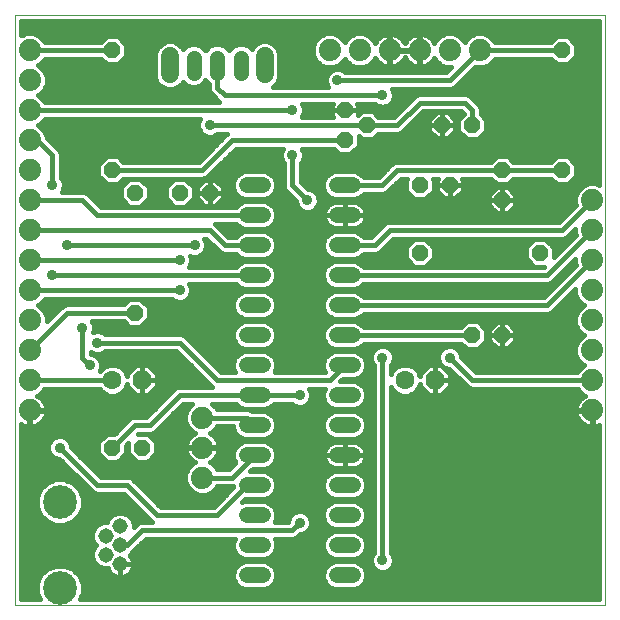
<source format=gbl>
G75*
%MOIN*%
%OFA0B0*%
%FSLAX25Y25*%
%IPPOS*%
%LPD*%
%AMOC8*
5,1,8,0,0,1.08239X$1,22.5*
%
%ADD10C,0.00000*%
%ADD11C,0.07400*%
%ADD12OC8,0.05200*%
%ADD13C,0.06300*%
%ADD14OC8,0.06300*%
%ADD15C,0.05150*%
%ADD16C,0.11220*%
%ADD17C,0.05200*%
%ADD18C,0.05150*%
%ADD19C,0.05937*%
%ADD20C,0.01600*%
%ADD21C,0.03562*%
D10*
X0001800Y0001800D02*
X0001800Y0198650D01*
X0198650Y0198650D01*
X0198650Y0001800D01*
X0001800Y0001800D01*
D11*
X0064300Y0044300D03*
X0064300Y0054300D03*
X0064300Y0064300D03*
X0006800Y0066800D03*
X0006800Y0076800D03*
X0006800Y0086800D03*
X0006800Y0096800D03*
X0006800Y0106800D03*
X0006800Y0116800D03*
X0006800Y0126800D03*
X0006800Y0136800D03*
X0006800Y0146800D03*
X0006800Y0156800D03*
X0006800Y0166800D03*
X0006800Y0176800D03*
X0006800Y0186800D03*
X0106800Y0186800D03*
X0116800Y0186800D03*
X0126800Y0186800D03*
X0136800Y0186800D03*
X0146800Y0186800D03*
X0156800Y0186800D03*
X0194300Y0136800D03*
X0194300Y0126800D03*
X0194300Y0116800D03*
X0194300Y0106800D03*
X0194300Y0096800D03*
X0194300Y0086800D03*
X0194300Y0076800D03*
X0194300Y0066800D03*
D12*
X0164300Y0091800D03*
X0154300Y0091800D03*
X0136800Y0119300D03*
X0136800Y0141800D03*
X0146800Y0141800D03*
X0164300Y0136800D03*
X0164300Y0146800D03*
X0154300Y0161800D03*
X0144300Y0161800D03*
X0119300Y0161800D03*
X0111800Y0156800D03*
X0111800Y0166800D03*
X0066800Y0139300D03*
X0056800Y0139300D03*
X0041800Y0139300D03*
X0034300Y0146800D03*
X0034300Y0186800D03*
X0041800Y0099300D03*
X0044300Y0054300D03*
X0034300Y0054300D03*
X0176800Y0119300D03*
X0184300Y0146800D03*
X0184300Y0186800D03*
D13*
X0131800Y0076800D03*
X0034300Y0076800D03*
D14*
X0044300Y0076800D03*
X0141800Y0076800D03*
D15*
X0036879Y0028099D03*
X0032154Y0024950D03*
X0036879Y0021800D03*
X0032154Y0018650D03*
X0036879Y0015501D03*
D16*
X0016800Y0007430D03*
X0016800Y0036170D03*
D17*
X0079200Y0031800D02*
X0084400Y0031800D01*
X0084400Y0021800D02*
X0079200Y0021800D01*
X0079200Y0011800D02*
X0084400Y0011800D01*
X0109200Y0011800D02*
X0114400Y0011800D01*
X0114400Y0021800D02*
X0109200Y0021800D01*
X0109200Y0031800D02*
X0114400Y0031800D01*
X0114400Y0041800D02*
X0109200Y0041800D01*
X0109200Y0051800D02*
X0114400Y0051800D01*
X0114400Y0061800D02*
X0109200Y0061800D01*
X0109200Y0071800D02*
X0114400Y0071800D01*
X0114400Y0081800D02*
X0109200Y0081800D01*
X0109200Y0091800D02*
X0114400Y0091800D01*
X0114400Y0101800D02*
X0109200Y0101800D01*
X0109200Y0111800D02*
X0114400Y0111800D01*
X0114400Y0121800D02*
X0109200Y0121800D01*
X0109200Y0131800D02*
X0114400Y0131800D01*
X0114400Y0141800D02*
X0109200Y0141800D01*
X0084400Y0141800D02*
X0079200Y0141800D01*
X0079200Y0131800D02*
X0084400Y0131800D01*
X0084400Y0121800D02*
X0079200Y0121800D01*
X0079200Y0111800D02*
X0084400Y0111800D01*
X0084400Y0101800D02*
X0079200Y0101800D01*
X0079200Y0091800D02*
X0084400Y0091800D01*
X0084400Y0081800D02*
X0079200Y0081800D01*
X0079200Y0071800D02*
X0084400Y0071800D01*
X0084400Y0061800D02*
X0079200Y0061800D01*
X0079200Y0051800D02*
X0084400Y0051800D01*
X0084400Y0041800D02*
X0079200Y0041800D01*
D18*
X0077174Y0179225D02*
X0077174Y0184375D01*
X0069300Y0184375D02*
X0069300Y0179225D01*
X0061426Y0179225D02*
X0061426Y0184375D01*
D19*
X0053552Y0184769D02*
X0053552Y0178831D01*
X0085048Y0178831D02*
X0085048Y0184769D01*
D20*
X0089407Y0187227D02*
X0101100Y0187227D01*
X0101100Y0187934D02*
X0101100Y0185666D01*
X0101968Y0183571D01*
X0103571Y0181968D01*
X0105666Y0181100D01*
X0107934Y0181100D01*
X0110029Y0181968D01*
X0111632Y0183571D01*
X0111800Y0183976D01*
X0111968Y0183571D01*
X0113571Y0181968D01*
X0115666Y0181100D01*
X0117934Y0181100D01*
X0120029Y0181968D01*
X0121632Y0183571D01*
X0121919Y0184264D01*
X0122096Y0183917D01*
X0122605Y0183217D01*
X0123217Y0182605D01*
X0123917Y0182096D01*
X0124689Y0181703D01*
X0125512Y0181435D01*
X0126367Y0181300D01*
X0126600Y0181300D01*
X0126600Y0186600D01*
X0127000Y0186600D01*
X0127000Y0187000D01*
X0136600Y0187000D01*
X0136600Y0192300D01*
X0136367Y0192300D01*
X0135512Y0192165D01*
X0134689Y0191897D01*
X0133917Y0191504D01*
X0133217Y0190995D01*
X0132605Y0190383D01*
X0132096Y0189683D01*
X0131800Y0189102D01*
X0131504Y0189683D01*
X0130995Y0190383D01*
X0130383Y0190995D01*
X0129683Y0191504D01*
X0128911Y0191897D01*
X0128088Y0192165D01*
X0127233Y0192300D01*
X0127000Y0192300D01*
X0127000Y0187000D01*
X0126600Y0187000D01*
X0126600Y0192300D01*
X0126367Y0192300D01*
X0125512Y0192165D01*
X0124689Y0191897D01*
X0123917Y0191504D01*
X0123217Y0190995D01*
X0122605Y0190383D01*
X0122096Y0189683D01*
X0121919Y0189336D01*
X0121632Y0190029D01*
X0120029Y0191632D01*
X0117934Y0192500D01*
X0115666Y0192500D01*
X0113571Y0191632D01*
X0111968Y0190029D01*
X0111800Y0189624D01*
X0111632Y0190029D01*
X0110029Y0191632D01*
X0107934Y0192500D01*
X0105666Y0192500D01*
X0103571Y0191632D01*
X0101968Y0190029D01*
X0101100Y0187934D01*
X0101469Y0188826D02*
X0088017Y0188826D01*
X0087862Y0188981D02*
X0086036Y0189737D01*
X0084060Y0189737D01*
X0082234Y0188981D01*
X0080836Y0187583D01*
X0080719Y0187300D01*
X0079765Y0188253D01*
X0078084Y0188950D01*
X0076264Y0188950D01*
X0074583Y0188253D01*
X0073296Y0186966D01*
X0073237Y0186825D01*
X0073178Y0186966D01*
X0071891Y0188253D01*
X0070210Y0188950D01*
X0068390Y0188950D01*
X0066709Y0188253D01*
X0065422Y0186966D01*
X0065363Y0186825D01*
X0065304Y0186966D01*
X0064017Y0188253D01*
X0062336Y0188950D01*
X0060516Y0188950D01*
X0058835Y0188253D01*
X0057881Y0187300D01*
X0057764Y0187583D01*
X0056366Y0188981D01*
X0054540Y0189737D01*
X0052564Y0189737D01*
X0050738Y0188981D01*
X0049340Y0187583D01*
X0048583Y0185757D01*
X0048583Y0177843D01*
X0049340Y0176017D01*
X0050738Y0174619D01*
X0052564Y0173863D01*
X0054540Y0173863D01*
X0056366Y0174619D01*
X0057764Y0176017D01*
X0057881Y0176300D01*
X0058835Y0175347D01*
X0060516Y0174650D01*
X0062336Y0174650D01*
X0064017Y0175347D01*
X0065304Y0176634D01*
X0065363Y0176775D01*
X0065422Y0176634D01*
X0066500Y0175555D01*
X0066500Y0173743D01*
X0066926Y0172714D01*
X0070040Y0169600D01*
X0011810Y0169600D01*
X0011632Y0170029D01*
X0010029Y0171632D01*
X0009624Y0171800D01*
X0010029Y0171968D01*
X0011632Y0173571D01*
X0012500Y0175666D01*
X0012500Y0177934D01*
X0011632Y0180029D01*
X0010029Y0181632D01*
X0009624Y0181800D01*
X0010029Y0181968D01*
X0011632Y0183571D01*
X0011810Y0184000D01*
X0030595Y0184000D01*
X0032395Y0182200D01*
X0036205Y0182200D01*
X0038900Y0184895D01*
X0038900Y0188705D01*
X0036205Y0191400D01*
X0032395Y0191400D01*
X0030595Y0189600D01*
X0011810Y0189600D01*
X0011632Y0190029D01*
X0010029Y0191632D01*
X0007934Y0192500D01*
X0005666Y0192500D01*
X0003800Y0191727D01*
X0003800Y0196650D01*
X0196650Y0196650D01*
X0196650Y0141996D01*
X0195434Y0142500D01*
X0193166Y0142500D01*
X0191071Y0141632D01*
X0189468Y0140029D01*
X0188600Y0137934D01*
X0188600Y0135666D01*
X0188778Y0135237D01*
X0183140Y0129600D01*
X0126243Y0129600D01*
X0125214Y0129174D01*
X0124426Y0128386D01*
X0120640Y0124600D01*
X0118105Y0124600D01*
X0117006Y0125700D01*
X0115315Y0126400D01*
X0108285Y0126400D01*
X0106594Y0125700D01*
X0105300Y0124406D01*
X0104600Y0122715D01*
X0104600Y0120885D01*
X0105300Y0119194D01*
X0106594Y0117900D01*
X0108285Y0117200D01*
X0115315Y0117200D01*
X0117006Y0117900D01*
X0118105Y0119000D01*
X0122357Y0119000D01*
X0123386Y0119426D01*
X0127960Y0124000D01*
X0184857Y0124000D01*
X0185886Y0124426D01*
X0188600Y0127140D01*
X0188600Y0125666D01*
X0188778Y0125237D01*
X0181400Y0117860D01*
X0181400Y0121205D01*
X0178705Y0123900D01*
X0174895Y0123900D01*
X0172200Y0121205D01*
X0172200Y0117395D01*
X0174895Y0114700D01*
X0178240Y0114700D01*
X0178140Y0114600D01*
X0118105Y0114600D01*
X0117006Y0115700D01*
X0115315Y0116400D01*
X0108285Y0116400D01*
X0106594Y0115700D01*
X0105300Y0114406D01*
X0104600Y0112715D01*
X0104600Y0110885D01*
X0105300Y0109194D01*
X0106594Y0107900D01*
X0108285Y0107200D01*
X0115315Y0107200D01*
X0117006Y0107900D01*
X0118105Y0109000D01*
X0179857Y0109000D01*
X0180886Y0109426D01*
X0188600Y0117140D01*
X0188600Y0115666D01*
X0188778Y0115237D01*
X0178140Y0104600D01*
X0118105Y0104600D01*
X0117006Y0105700D01*
X0115315Y0106400D01*
X0108285Y0106400D01*
X0106594Y0105700D01*
X0105300Y0104406D01*
X0104600Y0102715D01*
X0104600Y0100885D01*
X0105300Y0099194D01*
X0106594Y0097900D01*
X0108285Y0097200D01*
X0115315Y0097200D01*
X0117006Y0097900D01*
X0118105Y0099000D01*
X0179857Y0099000D01*
X0180886Y0099426D01*
X0188600Y0107140D01*
X0188600Y0105666D01*
X0189468Y0103571D01*
X0191071Y0101968D01*
X0191476Y0101800D01*
X0191071Y0101632D01*
X0189468Y0100029D01*
X0188600Y0097934D01*
X0188600Y0095666D01*
X0189468Y0093571D01*
X0191071Y0091968D01*
X0191476Y0091800D01*
X0191071Y0091632D01*
X0189468Y0090029D01*
X0188600Y0087934D01*
X0188600Y0085666D01*
X0189468Y0083571D01*
X0191071Y0081968D01*
X0191476Y0081800D01*
X0191071Y0081632D01*
X0189468Y0080029D01*
X0189290Y0079600D01*
X0155460Y0079600D01*
X0150581Y0084479D01*
X0150581Y0085052D01*
X0150005Y0086442D01*
X0148942Y0087505D01*
X0147552Y0088081D01*
X0146048Y0088081D01*
X0144658Y0087505D01*
X0143595Y0086442D01*
X0143019Y0085052D01*
X0143019Y0083548D01*
X0143595Y0082158D01*
X0144658Y0081095D01*
X0146048Y0080519D01*
X0146621Y0080519D01*
X0152714Y0074426D01*
X0153743Y0074000D01*
X0189290Y0074000D01*
X0189468Y0073571D01*
X0191071Y0071968D01*
X0191764Y0071681D01*
X0191417Y0071504D01*
X0190717Y0070995D01*
X0190105Y0070383D01*
X0189596Y0069683D01*
X0189203Y0068911D01*
X0188935Y0068088D01*
X0188800Y0067233D01*
X0188800Y0067000D01*
X0194100Y0067000D01*
X0194100Y0066600D01*
X0194500Y0066600D01*
X0194500Y0061300D01*
X0194733Y0061300D01*
X0195588Y0061435D01*
X0196411Y0061703D01*
X0196650Y0061825D01*
X0196650Y0003800D01*
X0023534Y0003800D01*
X0024410Y0005916D01*
X0024410Y0008944D01*
X0023252Y0011741D01*
X0021111Y0013882D01*
X0018314Y0015040D01*
X0015286Y0015040D01*
X0012489Y0013882D01*
X0010348Y0011741D01*
X0009190Y0008944D01*
X0009190Y0005916D01*
X0010066Y0003800D01*
X0003800Y0003800D01*
X0003800Y0062181D01*
X0003917Y0062096D01*
X0004689Y0061703D01*
X0005512Y0061435D01*
X0006367Y0061300D01*
X0006600Y0061300D01*
X0006600Y0066600D01*
X0007000Y0066600D01*
X0007000Y0067000D01*
X0012300Y0067000D01*
X0012300Y0067233D01*
X0012165Y0068088D01*
X0011897Y0068911D01*
X0011504Y0069683D01*
X0010995Y0070383D01*
X0010383Y0070995D01*
X0009683Y0071504D01*
X0009336Y0071681D01*
X0010029Y0071968D01*
X0011632Y0073571D01*
X0011810Y0074000D01*
X0029885Y0074000D01*
X0029934Y0073883D01*
X0031383Y0072434D01*
X0033276Y0071650D01*
X0035324Y0071650D01*
X0037217Y0072434D01*
X0038666Y0073883D01*
X0039350Y0075534D01*
X0039350Y0074750D01*
X0042250Y0071850D01*
X0044300Y0071850D01*
X0046350Y0071850D01*
X0049250Y0074750D01*
X0049250Y0076800D01*
X0049250Y0078850D01*
X0046350Y0081750D01*
X0044300Y0081750D01*
X0044300Y0076800D01*
X0044300Y0076800D01*
X0049250Y0076800D01*
X0044300Y0076800D01*
X0044300Y0076800D01*
X0044300Y0081750D01*
X0042250Y0081750D01*
X0039350Y0078850D01*
X0039350Y0078066D01*
X0038666Y0079717D01*
X0037217Y0081166D01*
X0035324Y0081950D01*
X0033276Y0081950D01*
X0031383Y0081166D01*
X0030098Y0079881D01*
X0030581Y0081048D01*
X0030581Y0082552D01*
X0030005Y0083942D01*
X0028942Y0085005D01*
X0027552Y0085581D01*
X0027100Y0085581D01*
X0027100Y0086153D01*
X0027158Y0086095D01*
X0028548Y0085519D01*
X0030052Y0085519D01*
X0031442Y0086095D01*
X0031847Y0086500D01*
X0055640Y0086500D01*
X0066926Y0075214D01*
X0067540Y0074600D01*
X0056243Y0074600D01*
X0055214Y0074174D01*
X0045640Y0064600D01*
X0041243Y0064600D01*
X0040214Y0064174D01*
X0034940Y0058900D01*
X0032395Y0058900D01*
X0029700Y0056205D01*
X0029700Y0052395D01*
X0032395Y0049700D01*
X0036205Y0049700D01*
X0038900Y0052395D01*
X0038900Y0054940D01*
X0039700Y0055740D01*
X0039700Y0052395D01*
X0042395Y0049700D01*
X0046205Y0049700D01*
X0048900Y0052395D01*
X0048900Y0056205D01*
X0046205Y0058900D01*
X0042860Y0058900D01*
X0042960Y0059000D01*
X0047357Y0059000D01*
X0048386Y0059426D01*
X0049174Y0060214D01*
X0057960Y0069000D01*
X0060939Y0069000D01*
X0059468Y0067529D01*
X0058600Y0065434D01*
X0058600Y0063166D01*
X0059468Y0061071D01*
X0061071Y0059468D01*
X0061764Y0059181D01*
X0061417Y0059004D01*
X0060717Y0058495D01*
X0060105Y0057883D01*
X0059596Y0057183D01*
X0059203Y0056411D01*
X0058935Y0055588D01*
X0058800Y0054733D01*
X0058800Y0054500D01*
X0064100Y0054500D01*
X0064100Y0054100D01*
X0058800Y0054100D01*
X0058800Y0053867D01*
X0058935Y0053012D01*
X0059203Y0052189D01*
X0059596Y0051417D01*
X0060105Y0050717D01*
X0060717Y0050105D01*
X0061417Y0049596D01*
X0061764Y0049419D01*
X0061071Y0049132D01*
X0059468Y0047529D01*
X0058600Y0045434D01*
X0058600Y0043166D01*
X0059468Y0041071D01*
X0061071Y0039468D01*
X0063166Y0038600D01*
X0065434Y0038600D01*
X0067529Y0039468D01*
X0069132Y0041071D01*
X0069310Y0041500D01*
X0074600Y0041500D01*
X0074600Y0041060D01*
X0068140Y0034600D01*
X0050460Y0034600D01*
X0041674Y0043386D01*
X0040886Y0044174D01*
X0039857Y0044600D01*
X0030460Y0044600D01*
X0020581Y0054479D01*
X0020581Y0055052D01*
X0020005Y0056442D01*
X0018942Y0057505D01*
X0017552Y0058081D01*
X0016048Y0058081D01*
X0014658Y0057505D01*
X0013595Y0056442D01*
X0013019Y0055052D01*
X0013019Y0053548D01*
X0013595Y0052158D01*
X0014658Y0051095D01*
X0016048Y0050519D01*
X0016621Y0050519D01*
X0027714Y0039426D01*
X0028743Y0039000D01*
X0038140Y0039000D01*
X0046926Y0030214D01*
X0047540Y0029600D01*
X0043743Y0029600D01*
X0042714Y0029174D01*
X0041454Y0027913D01*
X0041454Y0029009D01*
X0040757Y0030691D01*
X0039470Y0031978D01*
X0037789Y0032674D01*
X0035969Y0032674D01*
X0034287Y0031978D01*
X0033000Y0030691D01*
X0032517Y0029524D01*
X0031244Y0029524D01*
X0029563Y0028828D01*
X0028276Y0027541D01*
X0027580Y0025860D01*
X0027580Y0024040D01*
X0028276Y0022358D01*
X0028834Y0021800D01*
X0028276Y0021242D01*
X0027580Y0019560D01*
X0027580Y0017740D01*
X0028276Y0016059D01*
X0029563Y0014772D01*
X0031244Y0014076D01*
X0032742Y0014076D01*
X0032824Y0013821D01*
X0033137Y0013208D01*
X0033542Y0012651D01*
X0034029Y0012164D01*
X0034586Y0011759D01*
X0035199Y0011446D01*
X0035854Y0011234D01*
X0036534Y0011126D01*
X0036879Y0011126D01*
X0037223Y0011126D01*
X0037903Y0011234D01*
X0038558Y0011446D01*
X0039172Y0011759D01*
X0039729Y0012164D01*
X0040216Y0012651D01*
X0040620Y0013208D01*
X0040933Y0013821D01*
X0041146Y0014476D01*
X0041254Y0015156D01*
X0041254Y0015501D01*
X0041254Y0015845D01*
X0041146Y0016525D01*
X0040933Y0017180D01*
X0040620Y0017794D01*
X0040216Y0018351D01*
X0040057Y0018509D01*
X0040757Y0019209D01*
X0040839Y0019407D01*
X0040886Y0019426D01*
X0045460Y0024000D01*
X0075132Y0024000D01*
X0074600Y0022715D01*
X0074600Y0020885D01*
X0075300Y0019194D01*
X0076594Y0017900D01*
X0078285Y0017200D01*
X0085315Y0017200D01*
X0087006Y0017900D01*
X0088300Y0019194D01*
X0089000Y0020885D01*
X0089000Y0022715D01*
X0088468Y0024000D01*
X0094857Y0024000D01*
X0095886Y0024426D01*
X0096979Y0025519D01*
X0097552Y0025519D01*
X0098942Y0026095D01*
X0100005Y0027158D01*
X0100581Y0028548D01*
X0100581Y0030052D01*
X0100005Y0031442D01*
X0098942Y0032505D01*
X0097552Y0033081D01*
X0096048Y0033081D01*
X0094658Y0032505D01*
X0093595Y0031442D01*
X0093019Y0030052D01*
X0093019Y0029600D01*
X0088468Y0029600D01*
X0089000Y0030885D01*
X0089000Y0032715D01*
X0088300Y0034406D01*
X0087006Y0035700D01*
X0085315Y0036400D01*
X0078285Y0036400D01*
X0077559Y0036099D01*
X0078660Y0037200D01*
X0085315Y0037200D01*
X0087006Y0037900D01*
X0088300Y0039194D01*
X0089000Y0040885D01*
X0089000Y0042715D01*
X0088300Y0044406D01*
X0087006Y0045700D01*
X0085315Y0046400D01*
X0080360Y0046400D01*
X0081160Y0047200D01*
X0085315Y0047200D01*
X0087006Y0047900D01*
X0088300Y0049194D01*
X0089000Y0050885D01*
X0089000Y0052715D01*
X0088300Y0054406D01*
X0087006Y0055700D01*
X0085315Y0056400D01*
X0078285Y0056400D01*
X0076594Y0055700D01*
X0075300Y0054406D01*
X0074600Y0052715D01*
X0074600Y0050885D01*
X0075281Y0049241D01*
X0073140Y0047100D01*
X0069310Y0047100D01*
X0069132Y0047529D01*
X0067529Y0049132D01*
X0066836Y0049419D01*
X0067183Y0049596D01*
X0067883Y0050105D01*
X0068495Y0050717D01*
X0069004Y0051417D01*
X0069397Y0052189D01*
X0069665Y0053012D01*
X0069800Y0053867D01*
X0069800Y0054100D01*
X0064500Y0054100D01*
X0064500Y0054500D01*
X0069800Y0054500D01*
X0069800Y0054733D01*
X0069665Y0055588D01*
X0069397Y0056411D01*
X0069004Y0057183D01*
X0068495Y0057883D01*
X0067883Y0058495D01*
X0067183Y0059004D01*
X0066836Y0059181D01*
X0067529Y0059468D01*
X0069132Y0061071D01*
X0069310Y0061500D01*
X0074600Y0061500D01*
X0074600Y0060885D01*
X0075300Y0059194D01*
X0076594Y0057900D01*
X0078285Y0057200D01*
X0085315Y0057200D01*
X0087006Y0057900D01*
X0088300Y0059194D01*
X0089000Y0060885D01*
X0089000Y0062715D01*
X0088300Y0064406D01*
X0087006Y0065700D01*
X0085315Y0066400D01*
X0081160Y0066400D01*
X0080886Y0066674D01*
X0079857Y0067100D01*
X0069310Y0067100D01*
X0069132Y0067529D01*
X0067661Y0069000D01*
X0075495Y0069000D01*
X0076594Y0067900D01*
X0078285Y0067200D01*
X0085315Y0067200D01*
X0087006Y0067900D01*
X0088105Y0069000D01*
X0094253Y0069000D01*
X0094658Y0068595D01*
X0096048Y0068019D01*
X0097552Y0068019D01*
X0098942Y0068595D01*
X0100005Y0069658D01*
X0100581Y0071048D01*
X0100581Y0072552D01*
X0100005Y0073942D01*
X0099947Y0074000D01*
X0105132Y0074000D01*
X0104600Y0072715D01*
X0104600Y0070885D01*
X0105300Y0069194D01*
X0106594Y0067900D01*
X0108285Y0067200D01*
X0115315Y0067200D01*
X0117006Y0067900D01*
X0118300Y0069194D01*
X0119000Y0070885D01*
X0119000Y0072715D01*
X0118300Y0074406D01*
X0117006Y0075700D01*
X0115315Y0076400D01*
X0110360Y0076400D01*
X0111160Y0077200D01*
X0115315Y0077200D01*
X0117006Y0077900D01*
X0118300Y0079194D01*
X0119000Y0080885D01*
X0119000Y0082715D01*
X0118300Y0084406D01*
X0117006Y0085700D01*
X0115315Y0086400D01*
X0108285Y0086400D01*
X0106594Y0085700D01*
X0105300Y0084406D01*
X0104600Y0082715D01*
X0104600Y0080885D01*
X0105132Y0079600D01*
X0088468Y0079600D01*
X0089000Y0080885D01*
X0089000Y0082715D01*
X0088300Y0084406D01*
X0087006Y0085700D01*
X0085315Y0086400D01*
X0078285Y0086400D01*
X0076594Y0085700D01*
X0075300Y0084406D01*
X0074600Y0082715D01*
X0074600Y0080885D01*
X0075132Y0079600D01*
X0070460Y0079600D01*
X0058386Y0091674D01*
X0057357Y0092100D01*
X0031847Y0092100D01*
X0031442Y0092505D01*
X0030052Y0093081D01*
X0028548Y0093081D01*
X0027751Y0092751D01*
X0028081Y0093548D01*
X0028081Y0095052D01*
X0027505Y0096442D01*
X0027447Y0096500D01*
X0038095Y0096500D01*
X0039895Y0094700D01*
X0043705Y0094700D01*
X0046400Y0097395D01*
X0046400Y0101205D01*
X0043705Y0103900D01*
X0039895Y0103900D01*
X0038095Y0102100D01*
X0018743Y0102100D01*
X0017714Y0101674D01*
X0016926Y0100886D01*
X0012500Y0096460D01*
X0012500Y0097934D01*
X0011632Y0100029D01*
X0010029Y0101632D01*
X0009624Y0101800D01*
X0010029Y0101968D01*
X0011632Y0103571D01*
X0011810Y0104000D01*
X0054253Y0104000D01*
X0054658Y0103595D01*
X0056048Y0103019D01*
X0057552Y0103019D01*
X0058942Y0103595D01*
X0060005Y0104658D01*
X0060581Y0106048D01*
X0060581Y0107552D01*
X0060005Y0108942D01*
X0059947Y0109000D01*
X0075495Y0109000D01*
X0076594Y0107900D01*
X0078285Y0107200D01*
X0085315Y0107200D01*
X0087006Y0107900D01*
X0088300Y0109194D01*
X0089000Y0110885D01*
X0089000Y0112715D01*
X0088300Y0114406D01*
X0087006Y0115700D01*
X0085315Y0116400D01*
X0078285Y0116400D01*
X0076594Y0115700D01*
X0075495Y0114600D01*
X0059947Y0114600D01*
X0060005Y0114658D01*
X0060581Y0116048D01*
X0060581Y0117552D01*
X0060251Y0118349D01*
X0061048Y0118019D01*
X0062552Y0118019D01*
X0063942Y0118595D01*
X0065005Y0119658D01*
X0065581Y0121048D01*
X0065581Y0122552D01*
X0065005Y0123942D01*
X0064947Y0124000D01*
X0065640Y0124000D01*
X0069426Y0120214D01*
X0070214Y0119426D01*
X0071243Y0119000D01*
X0075495Y0119000D01*
X0076594Y0117900D01*
X0078285Y0117200D01*
X0085315Y0117200D01*
X0087006Y0117900D01*
X0088300Y0119194D01*
X0089000Y0120885D01*
X0089000Y0122715D01*
X0088300Y0124406D01*
X0087006Y0125700D01*
X0085315Y0126400D01*
X0078285Y0126400D01*
X0076594Y0125700D01*
X0075495Y0124600D01*
X0072960Y0124600D01*
X0068560Y0129000D01*
X0075495Y0129000D01*
X0076594Y0127900D01*
X0078285Y0127200D01*
X0085315Y0127200D01*
X0087006Y0127900D01*
X0088300Y0129194D01*
X0089000Y0130885D01*
X0089000Y0132715D01*
X0088300Y0134406D01*
X0087006Y0135700D01*
X0085315Y0136400D01*
X0078285Y0136400D01*
X0076594Y0135700D01*
X0075495Y0134600D01*
X0030460Y0134600D01*
X0025886Y0139174D01*
X0024857Y0139600D01*
X0017447Y0139600D01*
X0017505Y0139658D01*
X0018081Y0141048D01*
X0018081Y0142552D01*
X0017505Y0143942D01*
X0017100Y0144347D01*
X0017100Y0152357D01*
X0016674Y0153386D01*
X0012500Y0157560D01*
X0012500Y0157934D01*
X0011632Y0160029D01*
X0010029Y0161632D01*
X0009624Y0161800D01*
X0010029Y0161968D01*
X0011632Y0163571D01*
X0011810Y0164000D01*
X0063653Y0164000D01*
X0063595Y0163942D01*
X0063019Y0162552D01*
X0063019Y0161048D01*
X0063595Y0159658D01*
X0064658Y0158595D01*
X0066048Y0158019D01*
X0067552Y0158019D01*
X0068942Y0158595D01*
X0069347Y0159000D01*
X0072540Y0159000D01*
X0071926Y0158386D01*
X0063140Y0149600D01*
X0038005Y0149600D01*
X0036205Y0151400D01*
X0032395Y0151400D01*
X0029700Y0148705D01*
X0029700Y0144895D01*
X0032395Y0142200D01*
X0036205Y0142200D01*
X0038005Y0144000D01*
X0064857Y0144000D01*
X0065886Y0144426D01*
X0075460Y0154000D01*
X0091153Y0154000D01*
X0091095Y0153942D01*
X0090519Y0152552D01*
X0090519Y0151048D01*
X0091095Y0149658D01*
X0091500Y0149253D01*
X0091500Y0141243D01*
X0091926Y0140214D01*
X0095519Y0136621D01*
X0095519Y0136048D01*
X0096095Y0134658D01*
X0097158Y0133595D01*
X0098548Y0133019D01*
X0100052Y0133019D01*
X0101442Y0133595D01*
X0102505Y0134658D01*
X0103081Y0136048D01*
X0103081Y0137552D01*
X0102505Y0138942D01*
X0101442Y0140005D01*
X0100052Y0140581D01*
X0099479Y0140581D01*
X0097100Y0142960D01*
X0097100Y0149253D01*
X0097505Y0149658D01*
X0098081Y0151048D01*
X0098081Y0152552D01*
X0097505Y0153942D01*
X0097447Y0154000D01*
X0108095Y0154000D01*
X0109895Y0152200D01*
X0113705Y0152200D01*
X0116400Y0154895D01*
X0116400Y0158195D01*
X0117395Y0157200D01*
X0121205Y0157200D01*
X0123005Y0159000D01*
X0129857Y0159000D01*
X0130886Y0159426D01*
X0137960Y0166500D01*
X0150640Y0166500D01*
X0151500Y0165640D01*
X0151500Y0165505D01*
X0149700Y0163705D01*
X0149700Y0159895D01*
X0152395Y0157200D01*
X0156205Y0157200D01*
X0158900Y0159895D01*
X0158900Y0163705D01*
X0157100Y0165505D01*
X0157100Y0167357D01*
X0156674Y0168386D01*
X0155886Y0169174D01*
X0153386Y0171674D01*
X0152357Y0172100D01*
X0136243Y0172100D01*
X0135214Y0171674D01*
X0128140Y0164600D01*
X0123005Y0164600D01*
X0121205Y0166400D01*
X0117395Y0166400D01*
X0116200Y0165205D01*
X0116200Y0166800D01*
X0116200Y0168623D01*
X0115823Y0169000D01*
X0121753Y0169000D01*
X0122158Y0168595D01*
X0123548Y0168019D01*
X0125052Y0168019D01*
X0126442Y0168595D01*
X0127505Y0169658D01*
X0128081Y0171048D01*
X0128081Y0172552D01*
X0127505Y0173942D01*
X0127447Y0174000D01*
X0147357Y0174000D01*
X0148386Y0174426D01*
X0155237Y0181278D01*
X0155666Y0181100D01*
X0157934Y0181100D01*
X0160029Y0181968D01*
X0161632Y0183571D01*
X0161810Y0184000D01*
X0180595Y0184000D01*
X0182395Y0182200D01*
X0186205Y0182200D01*
X0188900Y0184895D01*
X0188900Y0188705D01*
X0186205Y0191400D01*
X0182395Y0191400D01*
X0180595Y0189600D01*
X0161810Y0189600D01*
X0161632Y0190029D01*
X0160029Y0191632D01*
X0157934Y0192500D01*
X0155666Y0192500D01*
X0153571Y0191632D01*
X0151968Y0190029D01*
X0151800Y0189624D01*
X0151632Y0190029D01*
X0150029Y0191632D01*
X0147934Y0192500D01*
X0145666Y0192500D01*
X0143571Y0191632D01*
X0141968Y0190029D01*
X0141681Y0189336D01*
X0141504Y0189683D01*
X0140995Y0190383D01*
X0140383Y0190995D01*
X0139683Y0191504D01*
X0138911Y0191897D01*
X0138088Y0192165D01*
X0137233Y0192300D01*
X0137000Y0192300D01*
X0137000Y0187000D01*
X0136600Y0187000D01*
X0136600Y0186600D01*
X0132300Y0186600D01*
X0127000Y0186600D01*
X0127000Y0181300D01*
X0127233Y0181300D01*
X0128088Y0181435D01*
X0128911Y0181703D01*
X0129683Y0182096D01*
X0130383Y0182605D01*
X0130995Y0183217D01*
X0131504Y0183917D01*
X0131800Y0184498D01*
X0132096Y0183917D01*
X0132605Y0183217D01*
X0133217Y0182605D01*
X0133917Y0182096D01*
X0134689Y0181703D01*
X0135512Y0181435D01*
X0136367Y0181300D01*
X0136600Y0181300D01*
X0136600Y0186600D01*
X0137000Y0186600D01*
X0137000Y0181300D01*
X0137233Y0181300D01*
X0138088Y0181435D01*
X0138911Y0181703D01*
X0139683Y0182096D01*
X0140383Y0182605D01*
X0140995Y0183217D01*
X0141504Y0183917D01*
X0141681Y0184264D01*
X0141968Y0183571D01*
X0143571Y0181968D01*
X0145666Y0181100D01*
X0147140Y0181100D01*
X0145640Y0179600D01*
X0111847Y0179600D01*
X0111442Y0180005D01*
X0110052Y0180581D01*
X0108548Y0180581D01*
X0107158Y0180005D01*
X0106095Y0178942D01*
X0105519Y0177552D01*
X0105519Y0176048D01*
X0106095Y0174658D01*
X0106153Y0174600D01*
X0087816Y0174600D01*
X0087862Y0174619D01*
X0089260Y0176017D01*
X0090017Y0177843D01*
X0090017Y0185757D01*
X0089260Y0187583D01*
X0087862Y0188981D01*
X0090017Y0185629D02*
X0101115Y0185629D01*
X0101778Y0184030D02*
X0090017Y0184030D01*
X0090017Y0182432D02*
X0103107Y0182432D01*
X0106387Y0179235D02*
X0090017Y0179235D01*
X0090017Y0180833D02*
X0146873Y0180833D01*
X0146800Y0176800D02*
X0156800Y0186800D01*
X0184300Y0186800D01*
X0188900Y0187227D02*
X0196650Y0187227D01*
X0196650Y0185629D02*
X0188900Y0185629D01*
X0188036Y0184030D02*
X0196650Y0184030D01*
X0196650Y0182432D02*
X0186437Y0182432D01*
X0182163Y0182432D02*
X0160493Y0182432D01*
X0154793Y0180833D02*
X0196650Y0180833D01*
X0196650Y0179235D02*
X0153195Y0179235D01*
X0151596Y0177636D02*
X0196650Y0177636D01*
X0196650Y0176038D02*
X0149998Y0176038D01*
X0148399Y0174439D02*
X0196650Y0174439D01*
X0196650Y0172841D02*
X0127962Y0172841D01*
X0128081Y0171242D02*
X0134782Y0171242D01*
X0133184Y0169644D02*
X0127491Y0169644D01*
X0125116Y0168045D02*
X0131585Y0168045D01*
X0129987Y0166447D02*
X0116200Y0166447D01*
X0116200Y0166800D02*
X0111800Y0166800D01*
X0116200Y0166800D01*
X0116200Y0168045D02*
X0123484Y0168045D01*
X0122757Y0164848D02*
X0128388Y0164848D01*
X0129300Y0161800D02*
X0136800Y0169300D01*
X0151800Y0169300D01*
X0154300Y0166800D01*
X0154300Y0161800D01*
X0150843Y0164848D02*
X0147474Y0164848D01*
X0148700Y0163623D02*
X0146123Y0166200D01*
X0144300Y0166200D01*
X0144300Y0161800D01*
X0148700Y0161800D01*
X0148700Y0163623D01*
X0148700Y0163250D02*
X0149700Y0163250D01*
X0149700Y0161651D02*
X0148700Y0161651D01*
X0148700Y0161800D02*
X0144300Y0161800D01*
X0144300Y0161800D01*
X0144300Y0161800D01*
X0144300Y0157400D01*
X0146123Y0157400D01*
X0148700Y0159977D01*
X0148700Y0161800D01*
X0148700Y0160053D02*
X0149700Y0160053D01*
X0151141Y0158454D02*
X0147177Y0158454D01*
X0144300Y0158454D02*
X0144300Y0158454D01*
X0144300Y0157400D02*
X0144300Y0161800D01*
X0144300Y0161800D01*
X0144300Y0161800D01*
X0139900Y0161800D01*
X0139900Y0163623D01*
X0142477Y0166200D01*
X0144300Y0166200D01*
X0144300Y0161800D01*
X0139900Y0161800D01*
X0139900Y0159977D01*
X0142477Y0157400D01*
X0144300Y0157400D01*
X0144300Y0160053D02*
X0144300Y0160053D01*
X0144300Y0161651D02*
X0144300Y0161651D01*
X0144300Y0163250D02*
X0144300Y0163250D01*
X0144300Y0164848D02*
X0144300Y0164848D01*
X0141126Y0164848D02*
X0136308Y0164848D01*
X0134709Y0163250D02*
X0139900Y0163250D01*
X0139900Y0161651D02*
X0133111Y0161651D01*
X0131512Y0160053D02*
X0139900Y0160053D01*
X0141423Y0158454D02*
X0122459Y0158454D01*
X0119300Y0161800D02*
X0129300Y0161800D01*
X0137906Y0166447D02*
X0150694Y0166447D01*
X0155416Y0169644D02*
X0196650Y0169644D01*
X0196650Y0171242D02*
X0153818Y0171242D01*
X0156815Y0168045D02*
X0196650Y0168045D01*
X0196650Y0166447D02*
X0157100Y0166447D01*
X0157757Y0164848D02*
X0196650Y0164848D01*
X0196650Y0163250D02*
X0158900Y0163250D01*
X0158900Y0161651D02*
X0196650Y0161651D01*
X0196650Y0160053D02*
X0158900Y0160053D01*
X0157459Y0158454D02*
X0196650Y0158454D01*
X0196650Y0156856D02*
X0116400Y0156856D01*
X0116400Y0155257D02*
X0196650Y0155257D01*
X0196650Y0153659D02*
X0115164Y0153659D01*
X0111800Y0156800D02*
X0074300Y0156800D01*
X0064300Y0146800D01*
X0034300Y0146800D01*
X0031456Y0150462D02*
X0017100Y0150462D01*
X0017100Y0152060D02*
X0065600Y0152060D01*
X0064002Y0150462D02*
X0037144Y0150462D01*
X0039895Y0143900D02*
X0037200Y0141205D01*
X0037200Y0137395D01*
X0039895Y0134700D01*
X0043705Y0134700D01*
X0046400Y0137395D01*
X0046400Y0141205D01*
X0043705Y0143900D01*
X0039895Y0143900D01*
X0038464Y0142469D02*
X0036474Y0142469D01*
X0037200Y0140870D02*
X0018008Y0140870D01*
X0018081Y0142469D02*
X0032126Y0142469D01*
X0030527Y0144068D02*
X0017380Y0144068D01*
X0017100Y0145666D02*
X0029700Y0145666D01*
X0029700Y0147265D02*
X0017100Y0147265D01*
X0017100Y0148863D02*
X0029858Y0148863D01*
X0025649Y0139272D02*
X0037200Y0139272D01*
X0037200Y0137673D02*
X0027386Y0137673D01*
X0028985Y0136075D02*
X0038520Y0136075D01*
X0045080Y0136075D02*
X0053520Y0136075D01*
X0052200Y0137395D02*
X0054895Y0134700D01*
X0058705Y0134700D01*
X0061400Y0137395D01*
X0061400Y0141205D01*
X0058705Y0143900D01*
X0054895Y0143900D01*
X0052200Y0141205D01*
X0052200Y0137395D01*
X0052200Y0137673D02*
X0046400Y0137673D01*
X0046400Y0139272D02*
X0052200Y0139272D01*
X0052200Y0140870D02*
X0046400Y0140870D01*
X0045136Y0142469D02*
X0053464Y0142469D01*
X0060136Y0142469D02*
X0063746Y0142469D01*
X0064977Y0143700D02*
X0062400Y0141123D01*
X0062400Y0139300D01*
X0066800Y0139300D01*
X0071200Y0139300D01*
X0071200Y0141123D01*
X0068623Y0143700D01*
X0066800Y0143700D01*
X0066800Y0139300D01*
X0066800Y0139300D01*
X0066800Y0139300D01*
X0071200Y0139300D01*
X0071200Y0137477D01*
X0068623Y0134900D01*
X0066800Y0134900D01*
X0066800Y0139300D01*
X0066800Y0139300D01*
X0066800Y0139300D01*
X0066800Y0143700D01*
X0064977Y0143700D01*
X0065020Y0144068D02*
X0075160Y0144068D01*
X0075300Y0144406D02*
X0074600Y0142715D01*
X0074600Y0140885D01*
X0075300Y0139194D01*
X0076594Y0137900D01*
X0078285Y0137200D01*
X0085315Y0137200D01*
X0087006Y0137900D01*
X0088300Y0139194D01*
X0089000Y0140885D01*
X0089000Y0142715D01*
X0088300Y0144406D01*
X0087006Y0145700D01*
X0085315Y0146400D01*
X0078285Y0146400D01*
X0076594Y0145700D01*
X0075300Y0144406D01*
X0076561Y0145666D02*
X0067126Y0145666D01*
X0068724Y0147265D02*
X0091500Y0147265D01*
X0091500Y0148863D02*
X0070323Y0148863D01*
X0071921Y0150462D02*
X0090762Y0150462D01*
X0090519Y0152060D02*
X0073520Y0152060D01*
X0075118Y0153659D02*
X0090977Y0153659D01*
X0094300Y0151800D02*
X0094300Y0141800D01*
X0099300Y0136800D01*
X0102175Y0139272D02*
X0105268Y0139272D01*
X0105300Y0139194D02*
X0106594Y0137900D01*
X0108285Y0137200D01*
X0115315Y0137200D01*
X0117006Y0137900D01*
X0118105Y0139000D01*
X0124857Y0139000D01*
X0125886Y0139426D01*
X0130460Y0144000D01*
X0132495Y0144000D01*
X0132200Y0143705D01*
X0132200Y0139895D01*
X0134895Y0137200D01*
X0138705Y0137200D01*
X0141400Y0139895D01*
X0141400Y0143705D01*
X0141105Y0144000D01*
X0142777Y0144000D01*
X0142400Y0143623D01*
X0142400Y0141800D01*
X0146800Y0141800D01*
X0151200Y0141800D01*
X0151200Y0143623D01*
X0150823Y0144000D01*
X0160595Y0144000D01*
X0162395Y0142200D01*
X0166205Y0142200D01*
X0168005Y0144000D01*
X0180595Y0144000D01*
X0182395Y0142200D01*
X0186205Y0142200D01*
X0188900Y0144895D01*
X0188900Y0148705D01*
X0186205Y0151400D01*
X0182395Y0151400D01*
X0180595Y0149600D01*
X0168005Y0149600D01*
X0166205Y0151400D01*
X0162395Y0151400D01*
X0160595Y0149600D01*
X0128743Y0149600D01*
X0127714Y0149174D01*
X0126926Y0148386D01*
X0123140Y0144600D01*
X0118105Y0144600D01*
X0117006Y0145700D01*
X0115315Y0146400D01*
X0108285Y0146400D01*
X0106594Y0145700D01*
X0105300Y0144406D01*
X0104600Y0142715D01*
X0104600Y0140885D01*
X0105300Y0139194D01*
X0104606Y0140870D02*
X0099189Y0140870D01*
X0097591Y0142469D02*
X0104600Y0142469D01*
X0105160Y0144068D02*
X0097100Y0144068D01*
X0097100Y0145666D02*
X0106561Y0145666D01*
X0111800Y0141800D02*
X0124300Y0141800D01*
X0129300Y0146800D01*
X0164300Y0146800D01*
X0184300Y0146800D01*
X0188900Y0147265D02*
X0196650Y0147265D01*
X0196650Y0148863D02*
X0188742Y0148863D01*
X0187144Y0150462D02*
X0196650Y0150462D01*
X0196650Y0152060D02*
X0098081Y0152060D01*
X0097838Y0150462D02*
X0161456Y0150462D01*
X0167144Y0150462D02*
X0181456Y0150462D01*
X0188900Y0145666D02*
X0196650Y0145666D01*
X0196650Y0144068D02*
X0188073Y0144068D01*
X0186474Y0142469D02*
X0193091Y0142469D01*
X0195509Y0142469D02*
X0196650Y0142469D01*
X0194300Y0136800D02*
X0184300Y0126800D01*
X0126800Y0126800D01*
X0121800Y0121800D01*
X0111800Y0121800D01*
X0111800Y0127400D02*
X0108854Y0127400D01*
X0108170Y0127508D01*
X0107511Y0127722D01*
X0106894Y0128037D01*
X0106334Y0128444D01*
X0105844Y0128934D01*
X0105437Y0129494D01*
X0105122Y0130111D01*
X0104908Y0130770D01*
X0104800Y0131454D01*
X0104800Y0131800D01*
X0111800Y0131800D01*
X0111800Y0131800D01*
X0111800Y0136200D01*
X0114746Y0136200D01*
X0115430Y0136092D01*
X0116089Y0135878D01*
X0116706Y0135563D01*
X0117266Y0135156D01*
X0117756Y0134666D01*
X0118163Y0134106D01*
X0118478Y0133489D01*
X0118692Y0132830D01*
X0118800Y0132146D01*
X0118800Y0131800D01*
X0111800Y0131800D01*
X0111800Y0131800D01*
X0111800Y0127400D01*
X0114746Y0127400D01*
X0115430Y0127508D01*
X0116089Y0127722D01*
X0116706Y0128037D01*
X0117266Y0128444D01*
X0117756Y0128934D01*
X0118163Y0129494D01*
X0118478Y0130111D01*
X0118692Y0130770D01*
X0118800Y0131454D01*
X0118800Y0131800D01*
X0111800Y0131800D01*
X0111800Y0131800D01*
X0111800Y0131800D01*
X0111800Y0136200D01*
X0108854Y0136200D01*
X0108170Y0136092D01*
X0107511Y0135878D01*
X0106894Y0135563D01*
X0106334Y0135156D01*
X0105844Y0134666D01*
X0105437Y0134106D01*
X0105122Y0133489D01*
X0104908Y0132830D01*
X0104800Y0132146D01*
X0104800Y0131800D01*
X0111800Y0131800D01*
X0111800Y0127400D01*
X0111800Y0128082D02*
X0111800Y0128082D01*
X0111800Y0129681D02*
X0111800Y0129681D01*
X0111800Y0131279D02*
X0111800Y0131279D01*
X0111800Y0132878D02*
X0111800Y0132878D01*
X0111800Y0134476D02*
X0111800Y0134476D01*
X0111800Y0136075D02*
X0111800Y0136075D01*
X0108118Y0136075D02*
X0103081Y0136075D01*
X0103031Y0137673D02*
X0107142Y0137673D01*
X0105706Y0134476D02*
X0102324Y0134476D01*
X0104924Y0132878D02*
X0088933Y0132878D01*
X0089000Y0131279D02*
X0104828Y0131279D01*
X0105341Y0129681D02*
X0088501Y0129681D01*
X0087188Y0128082D02*
X0106831Y0128082D01*
X0105780Y0124885D02*
X0087820Y0124885D01*
X0088763Y0123287D02*
X0104837Y0123287D01*
X0104600Y0121688D02*
X0089000Y0121688D01*
X0088671Y0120090D02*
X0104929Y0120090D01*
X0106003Y0118491D02*
X0087597Y0118491D01*
X0087411Y0115294D02*
X0106189Y0115294D01*
X0105006Y0113696D02*
X0088594Y0113696D01*
X0089000Y0112097D02*
X0104600Y0112097D01*
X0104760Y0110499D02*
X0088840Y0110499D01*
X0088006Y0108900D02*
X0105594Y0108900D01*
X0108039Y0107302D02*
X0085561Y0107302D01*
X0085315Y0106400D02*
X0087006Y0105700D01*
X0088300Y0104406D01*
X0089000Y0102715D01*
X0089000Y0100885D01*
X0088300Y0099194D01*
X0087006Y0097900D01*
X0085315Y0097200D01*
X0078285Y0097200D01*
X0076594Y0097900D01*
X0075300Y0099194D01*
X0074600Y0100885D01*
X0074600Y0102715D01*
X0075300Y0104406D01*
X0076594Y0105700D01*
X0078285Y0106400D01*
X0085315Y0106400D01*
X0086997Y0105703D02*
X0106603Y0105703D01*
X0105176Y0104105D02*
X0088424Y0104105D01*
X0089000Y0102506D02*
X0104600Y0102506D01*
X0104600Y0100908D02*
X0089000Y0100908D01*
X0088347Y0099309D02*
X0105253Y0099309D01*
X0107052Y0097711D02*
X0086548Y0097711D01*
X0086010Y0096112D02*
X0107590Y0096112D01*
X0108285Y0096400D02*
X0106594Y0095700D01*
X0105300Y0094406D01*
X0104600Y0092715D01*
X0104600Y0090885D01*
X0105300Y0089194D01*
X0106594Y0087900D01*
X0108285Y0087200D01*
X0115315Y0087200D01*
X0117006Y0087900D01*
X0118105Y0089000D01*
X0150595Y0089000D01*
X0152395Y0087200D01*
X0156205Y0087200D01*
X0158900Y0089895D01*
X0158900Y0093705D01*
X0156205Y0096400D01*
X0152395Y0096400D01*
X0150595Y0094600D01*
X0118105Y0094600D01*
X0117006Y0095700D01*
X0115315Y0096400D01*
X0108285Y0096400D01*
X0105408Y0094514D02*
X0088192Y0094514D01*
X0088300Y0094406D02*
X0087006Y0095700D01*
X0085315Y0096400D01*
X0078285Y0096400D01*
X0076594Y0095700D01*
X0075300Y0094406D01*
X0074600Y0092715D01*
X0074600Y0090885D01*
X0075300Y0089194D01*
X0076594Y0087900D01*
X0078285Y0087200D01*
X0085315Y0087200D01*
X0087006Y0087900D01*
X0088300Y0089194D01*
X0089000Y0090885D01*
X0089000Y0092715D01*
X0088300Y0094406D01*
X0088917Y0092915D02*
X0104683Y0092915D01*
X0104600Y0091317D02*
X0089000Y0091317D01*
X0088517Y0089718D02*
X0105083Y0089718D01*
X0106375Y0088120D02*
X0087225Y0088120D01*
X0087783Y0084923D02*
X0105817Y0084923D01*
X0104852Y0083324D02*
X0088748Y0083324D01*
X0089000Y0081726D02*
X0104600Y0081726D01*
X0104914Y0080127D02*
X0088686Y0080127D01*
X0081800Y0071800D02*
X0096800Y0071800D01*
X0100369Y0070536D02*
X0104745Y0070536D01*
X0104600Y0072134D02*
X0100581Y0072134D01*
X0100092Y0073733D02*
X0105022Y0073733D01*
X0106800Y0076800D02*
X0111800Y0081800D01*
X0110890Y0076930D02*
X0121500Y0076930D01*
X0121500Y0075332D02*
X0117374Y0075332D01*
X0118578Y0073733D02*
X0121500Y0073733D01*
X0121500Y0072134D02*
X0119000Y0072134D01*
X0118855Y0070536D02*
X0121500Y0070536D01*
X0121500Y0068937D02*
X0118043Y0068937D01*
X0115650Y0067339D02*
X0121500Y0067339D01*
X0121500Y0065740D02*
X0116907Y0065740D01*
X0117006Y0065700D02*
X0115315Y0066400D01*
X0108285Y0066400D01*
X0106594Y0065700D01*
X0105300Y0064406D01*
X0104600Y0062715D01*
X0104600Y0060885D01*
X0105300Y0059194D01*
X0106594Y0057900D01*
X0108285Y0057200D01*
X0115315Y0057200D01*
X0117006Y0057900D01*
X0118300Y0059194D01*
X0119000Y0060885D01*
X0119000Y0062715D01*
X0118300Y0064406D01*
X0117006Y0065700D01*
X0118409Y0064142D02*
X0121500Y0064142D01*
X0121500Y0062543D02*
X0119000Y0062543D01*
X0119000Y0060945D02*
X0121500Y0060945D01*
X0121500Y0059346D02*
X0118363Y0059346D01*
X0116638Y0057748D02*
X0121500Y0057748D01*
X0121500Y0056149D02*
X0115066Y0056149D01*
X0114746Y0056200D02*
X0111800Y0056200D01*
X0111800Y0051800D01*
X0111800Y0051800D01*
X0118800Y0051800D01*
X0118800Y0052146D01*
X0118692Y0052830D01*
X0118478Y0053489D01*
X0118163Y0054106D01*
X0117756Y0054666D01*
X0117266Y0055156D01*
X0116706Y0055563D01*
X0116089Y0055878D01*
X0115430Y0056092D01*
X0114746Y0056200D01*
X0117840Y0054551D02*
X0121500Y0054551D01*
X0121500Y0052952D02*
X0118652Y0052952D01*
X0118800Y0051800D02*
X0111800Y0051800D01*
X0111800Y0051800D01*
X0111800Y0047400D01*
X0114746Y0047400D01*
X0115430Y0047508D01*
X0116089Y0047722D01*
X0116706Y0048037D01*
X0117266Y0048444D01*
X0117756Y0048934D01*
X0118163Y0049494D01*
X0118478Y0050111D01*
X0118692Y0050770D01*
X0118800Y0051454D01*
X0118800Y0051800D01*
X0118784Y0051354D02*
X0121500Y0051354D01*
X0121500Y0049755D02*
X0118296Y0049755D01*
X0116871Y0048157D02*
X0121500Y0048157D01*
X0121500Y0046558D02*
X0080518Y0046558D01*
X0081800Y0051800D02*
X0074300Y0044300D01*
X0064300Y0044300D01*
X0059066Y0046558D02*
X0028501Y0046558D01*
X0026903Y0048157D02*
X0060096Y0048157D01*
X0061198Y0049755D02*
X0046261Y0049755D01*
X0047859Y0051354D02*
X0059642Y0051354D01*
X0058955Y0052952D02*
X0048900Y0052952D01*
X0048900Y0054551D02*
X0058800Y0054551D01*
X0059118Y0056149D02*
X0048900Y0056149D01*
X0047357Y0057748D02*
X0060007Y0057748D01*
X0061364Y0059346D02*
X0048193Y0059346D01*
X0049905Y0060945D02*
X0059594Y0060945D01*
X0058858Y0062543D02*
X0051503Y0062543D01*
X0053102Y0064142D02*
X0058600Y0064142D01*
X0058727Y0065740D02*
X0054700Y0065740D01*
X0056299Y0067339D02*
X0059389Y0067339D01*
X0060876Y0068937D02*
X0057897Y0068937D01*
X0056800Y0071800D02*
X0046800Y0061800D01*
X0041800Y0061800D01*
X0034300Y0054300D01*
X0038900Y0054551D02*
X0039700Y0054551D01*
X0039700Y0052952D02*
X0038900Y0052952D01*
X0037859Y0051354D02*
X0040741Y0051354D01*
X0042339Y0049755D02*
X0036261Y0049755D01*
X0032339Y0049755D02*
X0025304Y0049755D01*
X0023706Y0051354D02*
X0030741Y0051354D01*
X0029700Y0052952D02*
X0022107Y0052952D01*
X0020581Y0054551D02*
X0029700Y0054551D01*
X0029700Y0056149D02*
X0020127Y0056149D01*
X0018357Y0057748D02*
X0031243Y0057748D01*
X0035387Y0059346D02*
X0003800Y0059346D01*
X0003800Y0057748D02*
X0015243Y0057748D01*
X0013473Y0056149D02*
X0003800Y0056149D01*
X0003800Y0054551D02*
X0013019Y0054551D01*
X0013266Y0052952D02*
X0003800Y0052952D01*
X0003800Y0051354D02*
X0014399Y0051354D01*
X0017385Y0049755D02*
X0003800Y0049755D01*
X0003800Y0048157D02*
X0018983Y0048157D01*
X0020582Y0046558D02*
X0003800Y0046558D01*
X0003800Y0044960D02*
X0022180Y0044960D01*
X0023779Y0043361D02*
X0019325Y0043361D01*
X0018314Y0043780D02*
X0015286Y0043780D01*
X0012489Y0042622D01*
X0010348Y0040481D01*
X0009190Y0037684D01*
X0009190Y0034656D01*
X0010348Y0031859D01*
X0012489Y0029718D01*
X0015286Y0028560D01*
X0018314Y0028560D01*
X0021111Y0029718D01*
X0023252Y0031859D01*
X0024410Y0034656D01*
X0024410Y0037684D01*
X0023252Y0040481D01*
X0021111Y0042622D01*
X0018314Y0043780D01*
X0021970Y0041763D02*
X0025377Y0041763D01*
X0026976Y0040164D02*
X0023383Y0040164D01*
X0024045Y0038566D02*
X0038574Y0038566D01*
X0040173Y0036967D02*
X0024410Y0036967D01*
X0024410Y0035369D02*
X0041771Y0035369D01*
X0043370Y0033770D02*
X0024043Y0033770D01*
X0023381Y0032172D02*
X0034756Y0032172D01*
X0032952Y0030573D02*
X0021966Y0030573D01*
X0019315Y0028975D02*
X0029917Y0028975D01*
X0028208Y0027376D02*
X0003800Y0027376D01*
X0003800Y0025778D02*
X0027580Y0025778D01*
X0027580Y0024179D02*
X0003800Y0024179D01*
X0003800Y0022581D02*
X0028184Y0022581D01*
X0028168Y0020982D02*
X0003800Y0020982D01*
X0003800Y0019384D02*
X0027580Y0019384D01*
X0027580Y0017785D02*
X0003800Y0017785D01*
X0003800Y0016187D02*
X0028223Y0016187D01*
X0030007Y0014588D02*
X0019405Y0014588D01*
X0022003Y0012990D02*
X0033296Y0012990D01*
X0035370Y0011391D02*
X0023396Y0011391D01*
X0024059Y0009793D02*
X0075052Y0009793D01*
X0075300Y0009194D02*
X0076594Y0007900D01*
X0078285Y0007200D01*
X0085315Y0007200D01*
X0087006Y0007900D01*
X0088300Y0009194D01*
X0089000Y0010885D01*
X0089000Y0012715D01*
X0088300Y0014406D01*
X0087006Y0015700D01*
X0085315Y0016400D01*
X0078285Y0016400D01*
X0076594Y0015700D01*
X0075300Y0014406D01*
X0074600Y0012715D01*
X0074600Y0010885D01*
X0075300Y0009194D01*
X0076301Y0008194D02*
X0024410Y0008194D01*
X0024410Y0006596D02*
X0196650Y0006596D01*
X0196650Y0008194D02*
X0117299Y0008194D01*
X0117006Y0007900D02*
X0118300Y0009194D01*
X0119000Y0010885D01*
X0119000Y0012715D01*
X0118300Y0014406D01*
X0117006Y0015700D01*
X0115315Y0016400D01*
X0108285Y0016400D01*
X0106594Y0015700D01*
X0105300Y0014406D01*
X0104600Y0012715D01*
X0104600Y0010885D01*
X0105300Y0009194D01*
X0106594Y0007900D01*
X0108285Y0007200D01*
X0115315Y0007200D01*
X0117006Y0007900D01*
X0118547Y0009793D02*
X0196650Y0009793D01*
X0196650Y0011391D02*
X0119000Y0011391D01*
X0118886Y0012990D02*
X0196650Y0012990D01*
X0196650Y0014588D02*
X0127435Y0014588D01*
X0127505Y0014658D02*
X0128081Y0016048D01*
X0128081Y0017552D01*
X0127505Y0018942D01*
X0127100Y0019347D01*
X0127100Y0074689D01*
X0127434Y0073883D01*
X0128883Y0072434D01*
X0130776Y0071650D01*
X0132824Y0071650D01*
X0134717Y0072434D01*
X0136166Y0073883D01*
X0136850Y0075534D01*
X0136850Y0074750D01*
X0139750Y0071850D01*
X0141800Y0071850D01*
X0143850Y0071850D01*
X0146750Y0074750D01*
X0146750Y0076800D01*
X0146750Y0078850D01*
X0143850Y0081750D01*
X0141800Y0081750D01*
X0141800Y0076800D01*
X0141800Y0076800D01*
X0146750Y0076800D01*
X0141800Y0076800D01*
X0141800Y0076800D01*
X0141800Y0081750D01*
X0139750Y0081750D01*
X0136850Y0078850D01*
X0136850Y0078066D01*
X0136166Y0079717D01*
X0134717Y0081166D01*
X0132824Y0081950D01*
X0130776Y0081950D01*
X0128883Y0081166D01*
X0127434Y0079717D01*
X0127100Y0078911D01*
X0127100Y0081753D01*
X0127505Y0082158D01*
X0128081Y0083548D01*
X0128081Y0085052D01*
X0127505Y0086442D01*
X0126442Y0087505D01*
X0125052Y0088081D01*
X0123548Y0088081D01*
X0122158Y0087505D01*
X0121095Y0086442D01*
X0120519Y0085052D01*
X0120519Y0083548D01*
X0121095Y0082158D01*
X0121500Y0081753D01*
X0121500Y0019347D01*
X0121095Y0018942D01*
X0120519Y0017552D01*
X0120519Y0016048D01*
X0121095Y0014658D01*
X0122158Y0013595D01*
X0123548Y0013019D01*
X0125052Y0013019D01*
X0126442Y0013595D01*
X0127505Y0014658D01*
X0128081Y0016187D02*
X0196650Y0016187D01*
X0196650Y0017785D02*
X0127985Y0017785D01*
X0127100Y0019384D02*
X0196650Y0019384D01*
X0196650Y0020982D02*
X0127100Y0020982D01*
X0127100Y0022581D02*
X0196650Y0022581D01*
X0196650Y0024179D02*
X0127100Y0024179D01*
X0127100Y0025778D02*
X0196650Y0025778D01*
X0196650Y0027376D02*
X0127100Y0027376D01*
X0127100Y0028975D02*
X0196650Y0028975D01*
X0196650Y0030573D02*
X0127100Y0030573D01*
X0127100Y0032172D02*
X0196650Y0032172D01*
X0196650Y0033770D02*
X0127100Y0033770D01*
X0127100Y0035369D02*
X0196650Y0035369D01*
X0196650Y0036967D02*
X0127100Y0036967D01*
X0127100Y0038566D02*
X0196650Y0038566D01*
X0196650Y0040164D02*
X0127100Y0040164D01*
X0127100Y0041763D02*
X0196650Y0041763D01*
X0196650Y0043361D02*
X0127100Y0043361D01*
X0127100Y0044960D02*
X0196650Y0044960D01*
X0196650Y0046558D02*
X0127100Y0046558D01*
X0127100Y0048157D02*
X0196650Y0048157D01*
X0196650Y0049755D02*
X0127100Y0049755D01*
X0127100Y0051354D02*
X0196650Y0051354D01*
X0196650Y0052952D02*
X0127100Y0052952D01*
X0127100Y0054551D02*
X0196650Y0054551D01*
X0196650Y0056149D02*
X0127100Y0056149D01*
X0127100Y0057748D02*
X0196650Y0057748D01*
X0196650Y0059346D02*
X0127100Y0059346D01*
X0127100Y0060945D02*
X0196650Y0060945D01*
X0194100Y0061300D02*
X0194100Y0066600D01*
X0188800Y0066600D01*
X0188800Y0066367D01*
X0188935Y0065512D01*
X0189203Y0064689D01*
X0189596Y0063917D01*
X0190105Y0063217D01*
X0190717Y0062605D01*
X0191417Y0062096D01*
X0192189Y0061703D01*
X0193012Y0061435D01*
X0193867Y0061300D01*
X0194100Y0061300D01*
X0194100Y0062543D02*
X0194500Y0062543D01*
X0194500Y0064142D02*
X0194100Y0064142D01*
X0194100Y0065740D02*
X0194500Y0065740D01*
X0190802Y0062543D02*
X0127100Y0062543D01*
X0127100Y0064142D02*
X0189482Y0064142D01*
X0188899Y0065740D02*
X0127100Y0065740D01*
X0127100Y0067339D02*
X0188817Y0067339D01*
X0189216Y0068937D02*
X0127100Y0068937D01*
X0127100Y0070536D02*
X0190258Y0070536D01*
X0190904Y0072134D02*
X0144135Y0072134D01*
X0145733Y0073733D02*
X0189401Y0073733D01*
X0194300Y0076800D02*
X0154300Y0076800D01*
X0146800Y0084300D01*
X0144027Y0081726D02*
X0143875Y0081726D01*
X0143112Y0083324D02*
X0127988Y0083324D01*
X0128081Y0084923D02*
X0143019Y0084923D01*
X0143674Y0086521D02*
X0127426Y0086521D01*
X0124300Y0084300D02*
X0124300Y0016800D01*
X0121500Y0019384D02*
X0118378Y0019384D01*
X0118300Y0019194D02*
X0119000Y0020885D01*
X0119000Y0022715D01*
X0118300Y0024406D01*
X0117006Y0025700D01*
X0115315Y0026400D01*
X0108285Y0026400D01*
X0106594Y0025700D01*
X0105300Y0024406D01*
X0104600Y0022715D01*
X0104600Y0020885D01*
X0105300Y0019194D01*
X0106594Y0017900D01*
X0108285Y0017200D01*
X0115315Y0017200D01*
X0117006Y0017900D01*
X0118300Y0019194D01*
X0119000Y0020982D02*
X0121500Y0020982D01*
X0121500Y0022581D02*
X0119000Y0022581D01*
X0118394Y0024179D02*
X0121500Y0024179D01*
X0121500Y0025778D02*
X0116817Y0025778D01*
X0115740Y0027376D02*
X0121500Y0027376D01*
X0121500Y0028975D02*
X0118080Y0028975D01*
X0118300Y0029194D02*
X0119000Y0030885D01*
X0119000Y0032715D01*
X0118300Y0034406D01*
X0117006Y0035700D01*
X0115315Y0036400D01*
X0108285Y0036400D01*
X0106594Y0035700D01*
X0105300Y0034406D01*
X0104600Y0032715D01*
X0104600Y0030885D01*
X0105300Y0029194D01*
X0106594Y0027900D01*
X0108285Y0027200D01*
X0115315Y0027200D01*
X0117006Y0027900D01*
X0118300Y0029194D01*
X0118871Y0030573D02*
X0121500Y0030573D01*
X0121500Y0032172D02*
X0119000Y0032172D01*
X0118563Y0033770D02*
X0121500Y0033770D01*
X0121500Y0035369D02*
X0117337Y0035369D01*
X0117006Y0037900D02*
X0115315Y0037200D01*
X0108285Y0037200D01*
X0106594Y0037900D01*
X0105300Y0039194D01*
X0104600Y0040885D01*
X0104600Y0042715D01*
X0105300Y0044406D01*
X0106594Y0045700D01*
X0108285Y0046400D01*
X0115315Y0046400D01*
X0117006Y0045700D01*
X0118300Y0044406D01*
X0119000Y0042715D01*
X0119000Y0040885D01*
X0118300Y0039194D01*
X0117006Y0037900D01*
X0117671Y0038566D02*
X0121500Y0038566D01*
X0121500Y0040164D02*
X0118701Y0040164D01*
X0119000Y0041763D02*
X0121500Y0041763D01*
X0121500Y0043361D02*
X0118732Y0043361D01*
X0117746Y0044960D02*
X0121500Y0044960D01*
X0121500Y0036967D02*
X0078427Y0036967D01*
X0079300Y0041800D02*
X0069300Y0031800D01*
X0049300Y0031800D01*
X0039300Y0041800D01*
X0029300Y0041800D01*
X0016800Y0054300D01*
X0010383Y0062605D02*
X0010995Y0063217D01*
X0011504Y0063917D01*
X0011897Y0064689D01*
X0012165Y0065512D01*
X0012300Y0066367D01*
X0012300Y0066600D01*
X0007000Y0066600D01*
X0007000Y0061300D01*
X0007233Y0061300D01*
X0008088Y0061435D01*
X0008911Y0061703D01*
X0009683Y0062096D01*
X0010383Y0062605D01*
X0010298Y0062543D02*
X0038584Y0062543D01*
X0036985Y0060945D02*
X0003800Y0060945D01*
X0006600Y0062543D02*
X0007000Y0062543D01*
X0007000Y0064142D02*
X0006600Y0064142D01*
X0006600Y0065740D02*
X0007000Y0065740D01*
X0011618Y0064142D02*
X0040182Y0064142D01*
X0046781Y0065740D02*
X0012201Y0065740D01*
X0012283Y0067339D02*
X0048379Y0067339D01*
X0049978Y0068937D02*
X0011884Y0068937D01*
X0010842Y0070536D02*
X0051576Y0070536D01*
X0053175Y0072134D02*
X0046635Y0072134D01*
X0048233Y0073733D02*
X0054773Y0073733D01*
X0056800Y0071800D02*
X0081800Y0071800D01*
X0085650Y0067339D02*
X0107949Y0067339D01*
X0106693Y0065740D02*
X0086907Y0065740D01*
X0088409Y0064142D02*
X0105191Y0064142D01*
X0104600Y0062543D02*
X0089000Y0062543D01*
X0089000Y0060945D02*
X0104600Y0060945D01*
X0105237Y0059346D02*
X0088363Y0059346D01*
X0086638Y0057748D02*
X0106962Y0057748D01*
X0107511Y0055878D02*
X0106894Y0055563D01*
X0106334Y0055156D01*
X0105844Y0054666D01*
X0105437Y0054106D01*
X0105122Y0053489D01*
X0104908Y0052830D01*
X0104800Y0052146D01*
X0104800Y0051800D01*
X0111800Y0051800D01*
X0111800Y0051800D01*
X0111800Y0051800D01*
X0111800Y0056200D01*
X0108854Y0056200D01*
X0108170Y0056092D01*
X0107511Y0055878D01*
X0108534Y0056149D02*
X0085920Y0056149D01*
X0088154Y0054551D02*
X0105760Y0054551D01*
X0104948Y0052952D02*
X0088902Y0052952D01*
X0089000Y0051354D02*
X0104816Y0051354D01*
X0104800Y0051454D02*
X0104908Y0050770D01*
X0105122Y0050111D01*
X0105437Y0049494D01*
X0105844Y0048934D01*
X0106334Y0048444D01*
X0106894Y0048037D01*
X0107511Y0047722D01*
X0108170Y0047508D01*
X0108854Y0047400D01*
X0111800Y0047400D01*
X0111800Y0051800D01*
X0104800Y0051800D01*
X0104800Y0051454D01*
X0105304Y0049755D02*
X0088532Y0049755D01*
X0087262Y0048157D02*
X0106729Y0048157D01*
X0105854Y0044960D02*
X0087746Y0044960D01*
X0088732Y0043361D02*
X0104868Y0043361D01*
X0104600Y0041763D02*
X0089000Y0041763D01*
X0088701Y0040164D02*
X0104899Y0040164D01*
X0105929Y0038566D02*
X0087671Y0038566D01*
X0087337Y0035369D02*
X0106263Y0035369D01*
X0105037Y0033770D02*
X0088563Y0033770D01*
X0089000Y0032172D02*
X0094324Y0032172D01*
X0093235Y0030573D02*
X0088871Y0030573D01*
X0094300Y0026800D02*
X0096800Y0029300D01*
X0100365Y0030573D02*
X0104729Y0030573D01*
X0104600Y0032172D02*
X0099276Y0032172D01*
X0100581Y0028975D02*
X0105520Y0028975D01*
X0107860Y0027376D02*
X0100096Y0027376D01*
X0098177Y0025778D02*
X0106783Y0025778D01*
X0105206Y0024179D02*
X0095289Y0024179D01*
X0094300Y0026800D02*
X0044300Y0026800D01*
X0039300Y0021800D01*
X0036879Y0021800D01*
X0040830Y0019384D02*
X0075222Y0019384D01*
X0074600Y0020982D02*
X0042442Y0020982D01*
X0044040Y0022581D02*
X0074600Y0022581D01*
X0076872Y0017785D02*
X0040625Y0017785D01*
X0041199Y0016187D02*
X0077770Y0016187D01*
X0075483Y0014588D02*
X0041163Y0014588D01*
X0041254Y0015501D02*
X0036879Y0015501D01*
X0041254Y0015501D01*
X0040462Y0012990D02*
X0074714Y0012990D01*
X0074600Y0011391D02*
X0038387Y0011391D01*
X0036879Y0011391D02*
X0036879Y0011391D01*
X0036879Y0011126D02*
X0036879Y0015501D01*
X0036879Y0015501D01*
X0036879Y0015501D01*
X0036879Y0011126D01*
X0036879Y0012990D02*
X0036879Y0012990D01*
X0036879Y0014588D02*
X0036879Y0014588D01*
X0041454Y0028975D02*
X0042515Y0028975D01*
X0040806Y0030573D02*
X0046567Y0030573D01*
X0046926Y0030214D02*
X0046926Y0030214D01*
X0044968Y0032172D02*
X0039001Y0032172D01*
X0046494Y0038566D02*
X0072106Y0038566D01*
X0073704Y0040164D02*
X0068225Y0040164D01*
X0070507Y0036967D02*
X0048093Y0036967D01*
X0049691Y0035369D02*
X0068909Y0035369D01*
X0060375Y0040164D02*
X0044895Y0040164D01*
X0043297Y0041763D02*
X0059181Y0041763D01*
X0058600Y0043361D02*
X0041698Y0043361D01*
X0041674Y0043386D02*
X0041674Y0043386D01*
X0030100Y0044960D02*
X0058600Y0044960D01*
X0067402Y0049755D02*
X0075068Y0049755D01*
X0074600Y0051354D02*
X0068958Y0051354D01*
X0069645Y0052952D02*
X0074698Y0052952D01*
X0075445Y0054551D02*
X0069800Y0054551D01*
X0069482Y0056149D02*
X0077680Y0056149D01*
X0076962Y0057748D02*
X0068593Y0057748D01*
X0067236Y0059346D02*
X0075237Y0059346D01*
X0074600Y0060945D02*
X0069006Y0060945D01*
X0064300Y0064300D02*
X0079300Y0064300D01*
X0081800Y0061800D01*
X0077949Y0067339D02*
X0069211Y0067339D01*
X0067724Y0068937D02*
X0075557Y0068937D01*
X0069300Y0076800D02*
X0106800Y0076800D01*
X0105557Y0068937D02*
X0099285Y0068937D01*
X0094315Y0068937D02*
X0088043Y0068937D01*
X0074914Y0080127D02*
X0069933Y0080127D01*
X0068334Y0081726D02*
X0074600Y0081726D01*
X0074852Y0083324D02*
X0066736Y0083324D01*
X0065137Y0084923D02*
X0075817Y0084923D01*
X0076375Y0088120D02*
X0061940Y0088120D01*
X0060342Y0089718D02*
X0075083Y0089718D01*
X0074600Y0091317D02*
X0058743Y0091317D01*
X0056800Y0089300D02*
X0069300Y0076800D01*
X0066809Y0075332D02*
X0049250Y0075332D01*
X0049250Y0076930D02*
X0065210Y0076930D01*
X0063612Y0078529D02*
X0049250Y0078529D01*
X0047973Y0080127D02*
X0062013Y0080127D01*
X0060415Y0081726D02*
X0046375Y0081726D01*
X0044300Y0081726D02*
X0044300Y0081726D01*
X0044300Y0080127D02*
X0044300Y0080127D01*
X0044300Y0078529D02*
X0044300Y0078529D01*
X0044300Y0076930D02*
X0044300Y0076930D01*
X0044300Y0076800D02*
X0044300Y0071850D01*
X0044300Y0076800D01*
X0044300Y0076800D01*
X0044300Y0075332D02*
X0044300Y0075332D01*
X0044300Y0073733D02*
X0044300Y0073733D01*
X0044300Y0072134D02*
X0044300Y0072134D01*
X0041965Y0072134D02*
X0036494Y0072134D01*
X0038516Y0073733D02*
X0040367Y0073733D01*
X0039350Y0075332D02*
X0039266Y0075332D01*
X0039158Y0078529D02*
X0039350Y0078529D01*
X0038256Y0080127D02*
X0040627Y0080127D01*
X0042225Y0081726D02*
X0035866Y0081726D01*
X0032734Y0081726D02*
X0030581Y0081726D01*
X0030344Y0080127D02*
X0030200Y0080127D01*
X0030261Y0083324D02*
X0058816Y0083324D01*
X0057218Y0084923D02*
X0029025Y0084923D01*
X0026800Y0081800D02*
X0024300Y0084300D01*
X0024300Y0094300D01*
X0027819Y0092915D02*
X0028147Y0092915D01*
X0028081Y0094514D02*
X0075408Y0094514D01*
X0074683Y0092915D02*
X0030453Y0092915D01*
X0029300Y0089300D02*
X0056800Y0089300D01*
X0063539Y0086521D02*
X0121174Y0086521D01*
X0120519Y0084923D02*
X0117783Y0084923D01*
X0118748Y0083324D02*
X0120612Y0083324D01*
X0121500Y0081726D02*
X0119000Y0081726D01*
X0118686Y0080127D02*
X0121500Y0080127D01*
X0121500Y0078529D02*
X0117634Y0078529D01*
X0117225Y0088120D02*
X0151475Y0088120D01*
X0149926Y0086521D02*
X0188600Y0086521D01*
X0188677Y0088120D02*
X0166842Y0088120D01*
X0166123Y0087400D02*
X0168700Y0089977D01*
X0168700Y0091800D01*
X0168700Y0093623D01*
X0166123Y0096200D01*
X0164300Y0096200D01*
X0164300Y0091800D01*
X0168700Y0091800D01*
X0164300Y0091800D01*
X0164300Y0091800D01*
X0164300Y0091800D01*
X0164300Y0087400D01*
X0166123Y0087400D01*
X0164300Y0087400D02*
X0164300Y0091800D01*
X0164300Y0091800D01*
X0164300Y0091800D01*
X0159900Y0091800D01*
X0159900Y0093623D01*
X0162477Y0096200D01*
X0164300Y0096200D01*
X0164300Y0091800D01*
X0159900Y0091800D01*
X0159900Y0089977D01*
X0162477Y0087400D01*
X0164300Y0087400D01*
X0164300Y0088120D02*
X0164300Y0088120D01*
X0164300Y0089718D02*
X0164300Y0089718D01*
X0164300Y0091317D02*
X0164300Y0091317D01*
X0164300Y0092915D02*
X0164300Y0092915D01*
X0164300Y0094514D02*
X0164300Y0094514D01*
X0164300Y0096112D02*
X0164300Y0096112D01*
X0166210Y0096112D02*
X0188600Y0096112D01*
X0188600Y0097711D02*
X0116548Y0097711D01*
X0116010Y0096112D02*
X0152107Y0096112D01*
X0156493Y0096112D02*
X0162390Y0096112D01*
X0160791Y0094514D02*
X0158092Y0094514D01*
X0158900Y0092915D02*
X0159900Y0092915D01*
X0159900Y0091317D02*
X0158900Y0091317D01*
X0158723Y0089718D02*
X0160159Y0089718D01*
X0161758Y0088120D02*
X0157125Y0088120D01*
X0154300Y0091800D02*
X0111800Y0091800D01*
X0111800Y0101800D02*
X0179300Y0101800D01*
X0194300Y0116800D01*
X0188600Y0116893D02*
X0188353Y0116893D01*
X0188754Y0115294D02*
X0186754Y0115294D01*
X0187236Y0113696D02*
X0185156Y0113696D01*
X0185637Y0112097D02*
X0183557Y0112097D01*
X0184039Y0110499D02*
X0181959Y0110499D01*
X0182440Y0108900D02*
X0118006Y0108900D01*
X0115561Y0107302D02*
X0180842Y0107302D01*
X0179243Y0105703D02*
X0116997Y0105703D01*
X0111800Y0111800D02*
X0179300Y0111800D01*
X0194300Y0126800D01*
X0188600Y0126484D02*
X0187944Y0126484D01*
X0188426Y0124885D02*
X0186345Y0124885D01*
X0186827Y0123287D02*
X0179319Y0123287D01*
X0180917Y0121688D02*
X0185229Y0121688D01*
X0183630Y0120090D02*
X0181400Y0120090D01*
X0181400Y0118491D02*
X0182032Y0118491D01*
X0174300Y0115294D02*
X0139300Y0115294D01*
X0138705Y0114700D02*
X0141400Y0117395D01*
X0141400Y0121205D01*
X0138705Y0123900D01*
X0134895Y0123900D01*
X0132200Y0121205D01*
X0132200Y0117395D01*
X0134895Y0114700D01*
X0138705Y0114700D01*
X0140898Y0116893D02*
X0172702Y0116893D01*
X0172200Y0118491D02*
X0141400Y0118491D01*
X0141400Y0120090D02*
X0172200Y0120090D01*
X0172683Y0121688D02*
X0140917Y0121688D01*
X0139319Y0123287D02*
X0174281Y0123287D01*
X0166123Y0132400D02*
X0168700Y0134977D01*
X0168700Y0136800D01*
X0168700Y0138623D01*
X0166123Y0141200D01*
X0164300Y0141200D01*
X0164300Y0136800D01*
X0164300Y0136800D01*
X0168700Y0136800D01*
X0164300Y0136800D01*
X0164300Y0136800D01*
X0164300Y0136800D01*
X0159900Y0136800D01*
X0159900Y0138623D01*
X0162477Y0141200D01*
X0164300Y0141200D01*
X0164300Y0136800D01*
X0164300Y0132400D01*
X0166123Y0132400D01*
X0166600Y0132878D02*
X0186418Y0132878D01*
X0184820Y0131279D02*
X0118772Y0131279D01*
X0118676Y0132878D02*
X0162000Y0132878D01*
X0162477Y0132400D02*
X0159900Y0134977D01*
X0159900Y0136800D01*
X0164300Y0136800D01*
X0164300Y0136800D01*
X0164300Y0132400D01*
X0162477Y0132400D01*
X0164300Y0132878D02*
X0164300Y0132878D01*
X0164300Y0134476D02*
X0164300Y0134476D01*
X0164300Y0136075D02*
X0164300Y0136075D01*
X0164300Y0137673D02*
X0164300Y0137673D01*
X0164300Y0139272D02*
X0164300Y0139272D01*
X0164300Y0140870D02*
X0164300Y0140870D01*
X0166452Y0140870D02*
X0190309Y0140870D01*
X0189154Y0139272D02*
X0168051Y0139272D01*
X0168700Y0137673D02*
X0188600Y0137673D01*
X0188600Y0136075D02*
X0168700Y0136075D01*
X0168199Y0134476D02*
X0188017Y0134476D01*
X0183221Y0129681D02*
X0118258Y0129681D01*
X0116769Y0128082D02*
X0124123Y0128082D01*
X0122524Y0126484D02*
X0071076Y0126484D01*
X0069477Y0128082D02*
X0076412Y0128082D01*
X0075780Y0124885D02*
X0072674Y0124885D01*
X0071800Y0121800D02*
X0081800Y0121800D01*
X0076003Y0118491D02*
X0063693Y0118491D01*
X0065184Y0120090D02*
X0069550Y0120090D01*
X0067952Y0121688D02*
X0065581Y0121688D01*
X0065277Y0123287D02*
X0066353Y0123287D01*
X0066800Y0126800D02*
X0071800Y0121800D01*
X0066800Y0126800D02*
X0006800Y0126800D01*
X0006800Y0116800D02*
X0056800Y0116800D01*
X0060269Y0115294D02*
X0076189Y0115294D01*
X0075594Y0108900D02*
X0060023Y0108900D01*
X0060581Y0107302D02*
X0078039Y0107302D01*
X0076603Y0105703D02*
X0060438Y0105703D01*
X0059452Y0104105D02*
X0075176Y0104105D01*
X0074600Y0102506D02*
X0045099Y0102506D01*
X0046400Y0100908D02*
X0074600Y0100908D01*
X0075253Y0099309D02*
X0046400Y0099309D01*
X0046400Y0097711D02*
X0077052Y0097711D01*
X0077590Y0096112D02*
X0045118Y0096112D01*
X0041800Y0099300D02*
X0019300Y0099300D01*
X0006800Y0086800D01*
X0006800Y0076800D02*
X0034300Y0076800D01*
X0032106Y0072134D02*
X0010196Y0072134D01*
X0011699Y0073733D02*
X0030084Y0073733D01*
X0027642Y0096112D02*
X0038482Y0096112D01*
X0038501Y0102506D02*
X0010567Y0102506D01*
X0010753Y0100908D02*
X0016948Y0100908D01*
X0015349Y0099309D02*
X0011930Y0099309D01*
X0012500Y0097711D02*
X0013751Y0097711D01*
X0006800Y0106800D02*
X0056800Y0106800D01*
X0060581Y0116893D02*
X0132702Y0116893D01*
X0132200Y0118491D02*
X0117597Y0118491D01*
X0117411Y0115294D02*
X0134300Y0115294D01*
X0132200Y0120090D02*
X0124050Y0120090D01*
X0125648Y0121688D02*
X0132683Y0121688D01*
X0134281Y0123287D02*
X0127247Y0123287D01*
X0120926Y0124885D02*
X0117820Y0124885D01*
X0117894Y0134476D02*
X0160401Y0134476D01*
X0159900Y0136075D02*
X0115482Y0136075D01*
X0116458Y0137673D02*
X0134421Y0137673D01*
X0132823Y0139272D02*
X0125514Y0139272D01*
X0127330Y0140870D02*
X0132200Y0140870D01*
X0132200Y0142469D02*
X0128929Y0142469D01*
X0124206Y0145666D02*
X0117039Y0145666D01*
X0125805Y0147265D02*
X0097100Y0147265D01*
X0097100Y0148863D02*
X0127403Y0148863D01*
X0119300Y0161800D02*
X0066800Y0161800D01*
X0063308Y0163250D02*
X0011311Y0163250D01*
X0009983Y0161651D02*
X0063019Y0161651D01*
X0063431Y0160053D02*
X0011608Y0160053D01*
X0012284Y0158454D02*
X0064997Y0158454D01*
X0068603Y0158454D02*
X0071994Y0158454D01*
X0070396Y0156856D02*
X0013204Y0156856D01*
X0014803Y0155257D02*
X0068797Y0155257D01*
X0067199Y0153659D02*
X0016401Y0153659D01*
X0014300Y0151800D02*
X0009300Y0156800D01*
X0014300Y0151800D02*
X0014300Y0141800D01*
X0006800Y0136800D02*
X0024300Y0136800D01*
X0029300Y0131800D01*
X0081800Y0131800D01*
X0077500Y0136075D02*
X0069797Y0136075D01*
X0071200Y0137673D02*
X0077142Y0137673D01*
X0075268Y0139272D02*
X0071200Y0139272D01*
X0071200Y0140870D02*
X0074606Y0140870D01*
X0074600Y0142469D02*
X0069854Y0142469D01*
X0066800Y0142469D02*
X0066800Y0142469D01*
X0066800Y0140870D02*
X0066800Y0140870D01*
X0066800Y0139300D02*
X0062400Y0139300D01*
X0062400Y0137477D01*
X0064977Y0134900D01*
X0066800Y0134900D01*
X0066800Y0139300D01*
X0066800Y0139272D02*
X0066800Y0139272D01*
X0066800Y0137673D02*
X0066800Y0137673D01*
X0066800Y0136075D02*
X0066800Y0136075D01*
X0063803Y0136075D02*
X0060080Y0136075D01*
X0061400Y0137673D02*
X0062400Y0137673D01*
X0062400Y0139272D02*
X0061400Y0139272D01*
X0061400Y0140870D02*
X0062400Y0140870D01*
X0061800Y0121800D02*
X0019300Y0121800D01*
X0014300Y0111800D02*
X0081800Y0111800D01*
X0088229Y0134476D02*
X0096276Y0134476D01*
X0095519Y0136075D02*
X0086100Y0136075D01*
X0086458Y0137673D02*
X0094467Y0137673D01*
X0092868Y0139272D02*
X0088332Y0139272D01*
X0088994Y0140870D02*
X0091654Y0140870D01*
X0091500Y0142469D02*
X0089000Y0142469D01*
X0088440Y0144068D02*
X0091500Y0144068D01*
X0091500Y0145666D02*
X0087039Y0145666D01*
X0097623Y0153659D02*
X0108436Y0153659D01*
X0107777Y0164600D02*
X0097447Y0164600D01*
X0097505Y0164658D01*
X0098081Y0166048D01*
X0098081Y0167552D01*
X0097505Y0168942D01*
X0097447Y0169000D01*
X0107777Y0169000D01*
X0107400Y0168623D01*
X0107400Y0166800D01*
X0111800Y0166800D01*
X0111800Y0166800D01*
X0111800Y0166800D01*
X0107400Y0166800D01*
X0107400Y0164977D01*
X0107777Y0164600D01*
X0107529Y0164848D02*
X0097584Y0164848D01*
X0098081Y0166447D02*
X0107400Y0166447D01*
X0107400Y0168045D02*
X0097877Y0168045D01*
X0094300Y0166800D02*
X0006800Y0166800D01*
X0011792Y0169644D02*
X0069997Y0169644D01*
X0068398Y0171242D02*
X0010419Y0171242D01*
X0010902Y0172841D02*
X0066874Y0172841D01*
X0066500Y0174439D02*
X0055931Y0174439D01*
X0057773Y0176038D02*
X0058144Y0176038D01*
X0051173Y0174439D02*
X0011992Y0174439D01*
X0012500Y0176038D02*
X0049331Y0176038D01*
X0048669Y0177636D02*
X0012500Y0177636D01*
X0011961Y0179235D02*
X0048583Y0179235D01*
X0048583Y0180833D02*
X0010828Y0180833D01*
X0010493Y0182432D02*
X0032163Y0182432D01*
X0034300Y0186800D02*
X0006800Y0186800D01*
X0011237Y0190424D02*
X0031419Y0190424D01*
X0037181Y0190424D02*
X0102363Y0190424D01*
X0104514Y0192023D02*
X0009086Y0192023D01*
X0004514Y0192023D02*
X0003800Y0192023D01*
X0003800Y0193621D02*
X0196650Y0193621D01*
X0196650Y0192023D02*
X0159086Y0192023D01*
X0161237Y0190424D02*
X0181419Y0190424D01*
X0187181Y0190424D02*
X0196650Y0190424D01*
X0196650Y0188826D02*
X0188780Y0188826D01*
X0196650Y0195220D02*
X0003800Y0195220D01*
X0036437Y0182432D02*
X0048583Y0182432D01*
X0048583Y0184030D02*
X0038036Y0184030D01*
X0038900Y0185629D02*
X0048583Y0185629D01*
X0049193Y0187227D02*
X0038900Y0187227D01*
X0038780Y0188826D02*
X0050583Y0188826D01*
X0056521Y0188826D02*
X0060217Y0188826D01*
X0062635Y0188826D02*
X0068091Y0188826D01*
X0065683Y0187227D02*
X0065043Y0187227D01*
X0070509Y0188826D02*
X0075965Y0188826D01*
X0078383Y0188826D02*
X0082079Y0188826D01*
X0073557Y0187227D02*
X0072917Y0187227D01*
X0069300Y0181800D02*
X0069300Y0174300D01*
X0071800Y0171800D01*
X0124300Y0171800D01*
X0123455Y0182432D02*
X0120493Y0182432D01*
X0121822Y0184030D02*
X0122038Y0184030D01*
X0126600Y0184030D02*
X0127000Y0184030D01*
X0127000Y0182432D02*
X0126600Y0182432D01*
X0126600Y0185629D02*
X0127000Y0185629D01*
X0127000Y0187227D02*
X0126600Y0187227D01*
X0126600Y0188826D02*
X0127000Y0188826D01*
X0127000Y0190424D02*
X0126600Y0190424D01*
X0126600Y0192023D02*
X0127000Y0192023D01*
X0128524Y0192023D02*
X0135076Y0192023D01*
X0136600Y0192023D02*
X0137000Y0192023D01*
X0138524Y0192023D02*
X0144514Y0192023D01*
X0142363Y0190424D02*
X0140954Y0190424D01*
X0137000Y0190424D02*
X0136600Y0190424D01*
X0136600Y0188826D02*
X0137000Y0188826D01*
X0137000Y0187227D02*
X0136600Y0187227D01*
X0136600Y0185629D02*
X0137000Y0185629D01*
X0137000Y0184030D02*
X0136600Y0184030D01*
X0136600Y0182432D02*
X0137000Y0182432D01*
X0140145Y0182432D02*
X0143107Y0182432D01*
X0141778Y0184030D02*
X0141562Y0184030D01*
X0133455Y0182432D02*
X0130145Y0182432D01*
X0131562Y0184030D02*
X0132038Y0184030D01*
X0132646Y0190424D02*
X0130954Y0190424D01*
X0125076Y0192023D02*
X0119086Y0192023D01*
X0121237Y0190424D02*
X0122646Y0190424D01*
X0114514Y0192023D02*
X0109086Y0192023D01*
X0111237Y0190424D02*
X0112363Y0190424D01*
X0113107Y0182432D02*
X0110493Y0182432D01*
X0105554Y0177636D02*
X0089931Y0177636D01*
X0089269Y0176038D02*
X0105523Y0176038D01*
X0109300Y0176800D02*
X0146800Y0176800D01*
X0151237Y0190424D02*
X0152363Y0190424D01*
X0154514Y0192023D02*
X0149086Y0192023D01*
X0151200Y0142469D02*
X0162126Y0142469D01*
X0162148Y0140870D02*
X0151200Y0140870D01*
X0151200Y0139977D02*
X0151200Y0141800D01*
X0146800Y0141800D01*
X0146800Y0141800D01*
X0146800Y0137400D01*
X0148623Y0137400D01*
X0151200Y0139977D01*
X0150495Y0139272D02*
X0160549Y0139272D01*
X0159900Y0137673D02*
X0148896Y0137673D01*
X0146800Y0137673D02*
X0146800Y0137673D01*
X0146800Y0137400D02*
X0146800Y0141800D01*
X0146800Y0141800D01*
X0146800Y0141800D01*
X0142400Y0141800D01*
X0142400Y0139977D01*
X0144977Y0137400D01*
X0146800Y0137400D01*
X0146800Y0139272D02*
X0146800Y0139272D01*
X0146800Y0140870D02*
X0146800Y0140870D01*
X0143105Y0139272D02*
X0140777Y0139272D01*
X0141400Y0140870D02*
X0142400Y0140870D01*
X0142400Y0142469D02*
X0141400Y0142469D01*
X0139179Y0137673D02*
X0144704Y0137673D01*
X0166474Y0142469D02*
X0182126Y0142469D01*
X0187163Y0105703D02*
X0188600Y0105703D01*
X0189247Y0104105D02*
X0185565Y0104105D01*
X0183966Y0102506D02*
X0190533Y0102506D01*
X0190347Y0100908D02*
X0182367Y0100908D01*
X0180603Y0099309D02*
X0189170Y0099309D01*
X0189077Y0094514D02*
X0167809Y0094514D01*
X0168700Y0092915D02*
X0190124Y0092915D01*
X0190756Y0091317D02*
X0168700Y0091317D01*
X0168441Y0089718D02*
X0189339Y0089718D01*
X0188908Y0084923D02*
X0150581Y0084923D01*
X0151736Y0083324D02*
X0189715Y0083324D01*
X0191297Y0081726D02*
X0153334Y0081726D01*
X0154933Y0080127D02*
X0189566Y0080127D01*
X0151809Y0075332D02*
X0146750Y0075332D01*
X0146750Y0076930D02*
X0150210Y0076930D01*
X0148612Y0078529D02*
X0146750Y0078529D01*
X0147013Y0080127D02*
X0145473Y0080127D01*
X0141800Y0080127D02*
X0141800Y0080127D01*
X0141800Y0078529D02*
X0141800Y0078529D01*
X0141800Y0076930D02*
X0141800Y0076930D01*
X0141800Y0076800D02*
X0141800Y0071850D01*
X0141800Y0076800D01*
X0141800Y0076800D01*
X0141800Y0075332D02*
X0141800Y0075332D01*
X0141800Y0073733D02*
X0141800Y0073733D01*
X0141800Y0072134D02*
X0141800Y0072134D01*
X0139465Y0072134D02*
X0133994Y0072134D01*
X0136016Y0073733D02*
X0137867Y0073733D01*
X0136850Y0075332D02*
X0136766Y0075332D01*
X0136658Y0078529D02*
X0136850Y0078529D01*
X0135756Y0080127D02*
X0138127Y0080127D01*
X0139725Y0081726D02*
X0133366Y0081726D01*
X0130234Y0081726D02*
X0127100Y0081726D01*
X0127100Y0080127D02*
X0127844Y0080127D01*
X0127584Y0073733D02*
X0127100Y0073733D01*
X0127100Y0072134D02*
X0129606Y0072134D01*
X0141800Y0081726D02*
X0141800Y0081726D01*
X0111800Y0056149D02*
X0111800Y0056149D01*
X0111800Y0054551D02*
X0111800Y0054551D01*
X0111800Y0052952D02*
X0111800Y0052952D01*
X0111800Y0051354D02*
X0111800Y0051354D01*
X0111800Y0049755D02*
X0111800Y0049755D01*
X0111800Y0048157D02*
X0111800Y0048157D01*
X0104600Y0022581D02*
X0089000Y0022581D01*
X0089000Y0020982D02*
X0104600Y0020982D01*
X0105222Y0019384D02*
X0088378Y0019384D01*
X0086728Y0017785D02*
X0106872Y0017785D01*
X0107770Y0016187D02*
X0085830Y0016187D01*
X0088117Y0014588D02*
X0105483Y0014588D01*
X0104714Y0012990D02*
X0088886Y0012990D01*
X0089000Y0011391D02*
X0104600Y0011391D01*
X0105052Y0009793D02*
X0088547Y0009793D01*
X0087299Y0008194D02*
X0106301Y0008194D01*
X0115830Y0016187D02*
X0120519Y0016187D01*
X0120615Y0017785D02*
X0116728Y0017785D01*
X0118117Y0014588D02*
X0121165Y0014588D01*
X0081800Y0041800D02*
X0079300Y0041800D01*
X0074197Y0048157D02*
X0068504Y0048157D01*
X0024030Y0004997D02*
X0196650Y0004997D01*
X0066018Y0176038D02*
X0064708Y0176038D01*
X0014275Y0043361D02*
X0003800Y0043361D01*
X0003800Y0041763D02*
X0011630Y0041763D01*
X0010217Y0040164D02*
X0003800Y0040164D01*
X0003800Y0038566D02*
X0009555Y0038566D01*
X0009190Y0036967D02*
X0003800Y0036967D01*
X0003800Y0035369D02*
X0009190Y0035369D01*
X0009557Y0033770D02*
X0003800Y0033770D01*
X0003800Y0032172D02*
X0010219Y0032172D01*
X0011634Y0030573D02*
X0003800Y0030573D01*
X0003800Y0028975D02*
X0014285Y0028975D01*
X0014195Y0014588D02*
X0003800Y0014588D01*
X0003800Y0012990D02*
X0011597Y0012990D01*
X0010204Y0011391D02*
X0003800Y0011391D01*
X0003800Y0009793D02*
X0009541Y0009793D01*
X0009190Y0008194D02*
X0003800Y0008194D01*
X0003800Y0006596D02*
X0009190Y0006596D01*
X0009570Y0004997D02*
X0003800Y0004997D01*
D21*
X0016800Y0054300D03*
X0026800Y0081800D03*
X0029300Y0089300D03*
X0024300Y0094300D03*
X0014300Y0111800D03*
X0019300Y0121800D03*
X0014300Y0141800D03*
X0056800Y0116800D03*
X0061800Y0121800D03*
X0056800Y0106800D03*
X0096800Y0071800D03*
X0124300Y0084300D03*
X0146800Y0084300D03*
X0099300Y0136800D03*
X0094300Y0151800D03*
X0094300Y0166800D03*
X0109300Y0176800D03*
X0124300Y0171800D03*
X0066800Y0161800D03*
X0096800Y0029300D03*
X0124300Y0016800D03*
M02*

</source>
